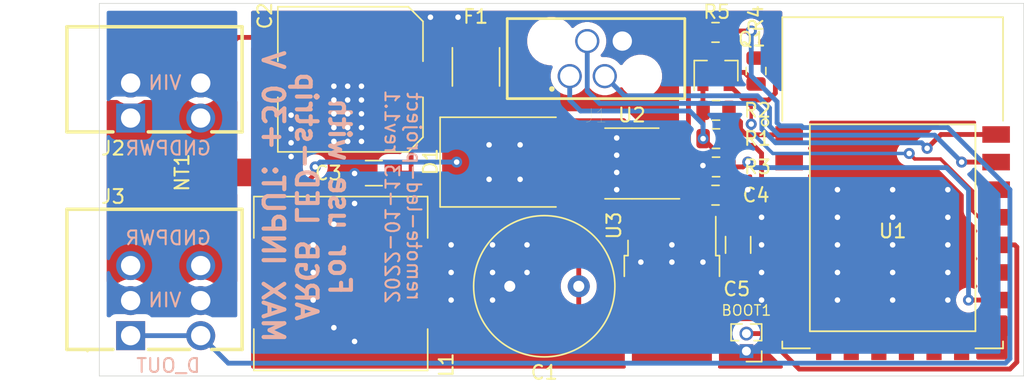
<source format=kicad_pcb>
(kicad_pcb (version 20171130) (host pcbnew "(5.1.10)-1")

  (general
    (thickness 1.6)
    (drawings 11)
    (tracks 240)
    (zones 0)
    (modules 22)
    (nets 16)
  )

  (page A4)
  (layers
    (0 F.Cu signal)
    (31 B.Cu signal)
    (32 B.Adhes user)
    (33 F.Adhes user)
    (34 B.Paste user)
    (35 F.Paste user)
    (36 B.SilkS user)
    (37 F.SilkS user)
    (38 B.Mask user)
    (39 F.Mask user)
    (40 Dwgs.User user)
    (41 Cmts.User user)
    (42 Eco1.User user)
    (43 Eco2.User user)
    (44 Edge.Cuts user)
    (45 Margin user)
    (46 B.CrtYd user)
    (47 F.CrtYd user)
    (48 B.Fab user)
    (49 F.Fab user hide)
  )

  (setup
    (last_trace_width 0.25)
    (user_trace_width 0.35)
    (user_trace_width 2)
    (trace_clearance 0.2)
    (zone_clearance 0.508)
    (zone_45_only no)
    (trace_min 0.2)
    (via_size 0.8)
    (via_drill 0.4)
    (via_min_size 0.4)
    (via_min_drill 0.3)
    (user_via 0.6 0.3)
    (uvia_size 0.3)
    (uvia_drill 0.1)
    (uvias_allowed no)
    (uvia_min_size 0.2)
    (uvia_min_drill 0.1)
    (edge_width 0.05)
    (segment_width 0.2)
    (pcb_text_width 0.3)
    (pcb_text_size 1.5 1.5)
    (mod_edge_width 0.12)
    (mod_text_size 1 1)
    (mod_text_width 0.15)
    (pad_size 1.524 1.524)
    (pad_drill 0.762)
    (pad_to_mask_clearance 0)
    (aux_axis_origin 0 0)
    (visible_elements 7FFFFFFF)
    (pcbplotparams
      (layerselection 0x010fc_ffffffff)
      (usegerberextensions false)
      (usegerberattributes true)
      (usegerberadvancedattributes true)
      (creategerberjobfile true)
      (excludeedgelayer true)
      (linewidth 0.100000)
      (plotframeref false)
      (viasonmask false)
      (mode 1)
      (useauxorigin false)
      (hpglpennumber 1)
      (hpglpenspeed 20)
      (hpglpendiameter 15.000000)
      (psnegative false)
      (psa4output false)
      (plotreference true)
      (plotvalue true)
      (plotinvisibletext false)
      (padsonsilk false)
      (subtractmaskfromsilk false)
      (outputformat 1)
      (mirror false)
      (drillshape 0)
      (scaleselection 1)
      (outputdirectory "./"))
  )

  (net 0 "")
  (net 1 GND)
  (net 2 +3V3)
  (net 3 VIN)
  (net 4 RXD)
  (net 5 TXD)
  (net 6 "Net-(R1-Pad2)")
  (net 7 "Net-(R2-Pad1)")
  (net 8 "Net-(R3-Pad1)")
  (net 9 +5V)
  (net 10 LED_OUT_HV)
  (net 11 LED_OUT_LV)
  (net 12 "Net-(D1-Pad1)")
  (net 13 GNDPWR)
  (net 14 "Net-(BOOT1-Pad2)")
  (net 15 "Net-(C2-Pad1)")

  (net_class Default "This is the default net class."
    (clearance 0.2)
    (trace_width 0.25)
    (via_dia 0.8)
    (via_drill 0.4)
    (uvia_dia 0.3)
    (uvia_drill 0.1)
    (add_net +3V3)
    (add_net +5V)
    (add_net GND)
    (add_net GNDPWR)
    (add_net LED_OUT_HV)
    (add_net LED_OUT_LV)
    (add_net "Net-(BOOT1-Pad2)")
    (add_net "Net-(C2-Pad1)")
    (add_net "Net-(D1-Pad1)")
    (add_net "Net-(R1-Pad2)")
    (add_net "Net-(R2-Pad1)")
    (add_net "Net-(R3-Pad1)")
    (add_net RXD)
    (add_net TXD)
    (add_net VIN)
  )

  (module Capacitor_THT:C_Radial_D10.0mm_H16.0mm_P5.00mm (layer F.Cu) (tedit 5BC5C9BA) (tstamp 61E7BFC6)
    (at 100.75 66.5 180)
    (descr "C, Radial series, Radial, pin pitch=5.00mm, diameter=10mm, height=16mm, Non-Polar Electrolytic Capacitor")
    (tags "C Radial series Radial pin pitch 5.00mm diameter 10mm height 16mm Non-Polar Electrolytic Capacitor")
    (path /61DFDDC7)
    (fp_text reference C1 (at 2.5 -6.25) (layer F.SilkS)
      (effects (font (size 1 1) (thickness 0.15)))
    )
    (fp_text value 180uF/63V (at 2.5 6.25) (layer F.Fab)
      (effects (font (size 1 1) (thickness 0.15)))
    )
    (fp_circle (center 2.5 0) (end 7.75 0) (layer F.CrtYd) (width 0.05))
    (fp_circle (center 2.5 0) (end 7.62 0) (layer F.SilkS) (width 0.12))
    (fp_circle (center 2.5 0) (end 7.5 0) (layer F.Fab) (width 0.1))
    (fp_text user %R (at 2.5 0) (layer F.Fab)
      (effects (font (size 1 1) (thickness 0.15)))
    )
    (pad 2 thru_hole circle (at 5 0 180) (size 1.6 1.6) (drill 0.8) (layers *.Cu *.Mask)
      (net 1 GND))
    (pad 1 thru_hole circle (at 0 0 180) (size 1.6 1.6) (drill 0.8) (layers *.Cu *.Mask)
      (net 9 +5V))
    (model ${KISYS3DMOD}/Capacitor_THT.3dshapes/C_Radial_D10.0mm_H16.0mm_P5.00mm.wrl
      (at (xyz 0 0 0))
      (scale (xyz 1 1 1))
      (rotate (xyz 0 0 0))
    )
  )

  (module userdvc:KF141V-2.54-3P (layer F.Cu) (tedit 61E730AE) (tstamp 61E73CFB)
    (at 70 66 270)
    (descr "KF141V-2.54-3P footprint")
    (tags "KF141V-2.54-3P footprint")
    (path /61EB1E1C)
    (fp_text reference J3 (at -6 3 180) (layer F.SilkS)
      (effects (font (size 1 1) (thickness 0.15)))
    )
    (fp_text value KF141V-2.54-3P (at 0 8.350038 90) (layer F.Fab)
      (effects (font (size 1 1) (thickness 0.15)))
    )
    (fp_line (start 5.080086 -6.349987) (end -5.079934 -6.349987) (layer F.SilkS) (width 0.254001))
    (fp_line (start -5.080086 -6.350038) (end -5.080086 6.350038) (layer F.SilkS) (width 0.254001))
    (fp_line (start 5.080086 6.350038) (end -5.079934 6.350038) (layer F.SilkS) (width 0.254001))
    (fp_line (start 5.080086 -6.349987) (end 5.080086 -4.149276) (layer F.SilkS) (width 0.254001))
    (fp_line (start 5.080086 -2.550699) (end 5.080086 0.44887) (layer F.SilkS) (width 0.254001))
    (fp_line (start 5.080086 3.011176) (end 5.080086 6.350038) (layer F.SilkS) (width 0.254001))
    (fp_circle (center 5.207087 4.857023) (end 5.237059 4.857023) (layer F.SilkS) (width 0.059995))
    (fp_text user REF** (at 0 10.350038 90) (layer F.Fab)
      (effects (font (size 1 1) (thickness 0.15)))
    )
    (pad 3 thru_hole circle (at -0.999924 1.730023 270) (size 2.1 2.1) (drill 1.4) (layers *.Cu *.Mask)
      (net 13 GNDPWR))
    (pad 3 thru_hole circle (at -0.999924 -3.349987 270) (size 2.1 2.1) (drill 1.4) (layers *.Cu *.Mask)
      (net 13 GNDPWR))
    (pad 1 thru_hole circle (at 4.080086 -3.349987 270) (size 2.1 2.1) (drill 1.4) (layers *.Cu *.Mask)
      (net 10 LED_OUT_HV))
    (pad 2 thru_hole circle (at 1.540081 -3.349987 270) (size 2.1 2.1) (drill 1.4) (layers *.Cu *.Mask)
      (net 3 VIN))
    (pad 2 thru_hole circle (at 1.540081 1.730023 270) (size 2.1 2.1) (drill 1.4) (layers *.Cu *.Mask)
      (net 3 VIN))
    (pad 1 thru_hole rect (at 4.080086 1.730023 90) (size 2.1 2.1) (drill 1.4) (layers *.Cu *.Mask)
      (net 10 LED_OUT_HV))
  )

  (module userdvc:KF141V-2.54-2P (layer F.Cu) (tedit 61E72FE7) (tstamp 61E73D48)
    (at 70 51.5 270)
    (descr "KF141V-2.54-2P footprint")
    (tags "KF141V-2.54-2P footprint")
    (path /61EA7B8B)
    (fp_text reference J2 (at 5 3 180) (layer F.SilkS)
      (effects (font (size 1 1) (thickness 0.15)))
    )
    (fp_text value KF141V-2.54-2P (at 0 8.35 90) (layer F.Fab)
      (effects (font (size 1 1) (thickness 0.15)))
    )
    (fp_line (start -3.810135 -6.35) (end -3.810135 6.35) (layer F.SilkS) (width 0.254001))
    (fp_line (start 3.810033 -6.35) (end -3.809982 -6.35) (layer F.SilkS) (width 0.254001))
    (fp_line (start -3.810135 6.35) (end 3.810135 6.35) (layer F.SilkS) (width 0.254001))
    (fp_line (start 3.810033 -6.35) (end 3.810033 -4.149416) (layer F.SilkS) (width 0.254001))
    (fp_line (start 3.810033 -2.550584) (end 3.810033 0.448781) (layer F.SilkS) (width 0.254001))
    (fp_line (start 3.810033 3.011087) (end 3.810033 6.35) (layer F.SilkS) (width 0.254001))
    (fp_text user REF** (at 0 10.35 90) (layer F.Fab)
      (effects (font (size 1 1) (thickness 0.15)))
    )
    (pad 1 thru_hole circle (at 2.810135 -3.35 270) (size 2.1 2.1) (drill 1.4) (layers *.Cu *.Mask)
      (net 13 GNDPWR))
    (pad 2 thru_hole circle (at 0.27013 -3.35 270) (size 2.1 2.1) (drill 1.4) (layers *.Cu *.Mask)
      (net 3 VIN))
    (pad 2 thru_hole circle (at 0.27013 1.73001 270) (size 2.1 2.1) (drill 1.4) (layers *.Cu *.Mask)
      (net 3 VIN))
    (pad 1 thru_hole rect (at 2.810135 1.73001 90) (size 2.1 2.1) (drill 1.4) (layers *.Cu *.Mask)
      (net 13 GNDPWR))
  )

  (module Fuse:Fuse_1812_4532Metric (layer F.Cu) (tedit 5F68FEF1) (tstamp 61E0C6B1)
    (at 93.3 50.6 270)
    (descr "Fuse SMD 1812 (4532 Metric), square (rectangular) end terminal, IPC_7351 nominal, (Body size source: https://www.nikhef.nl/pub/departments/mt/projects/detectorR_D/dtddice/ERJ2G.pdf), generated with kicad-footprint-generator")
    (tags fuse)
    (path /61E196AC)
    (attr smd)
    (fp_text reference F1 (at -3.65 0.025 180) (layer F.SilkS)
      (effects (font (size 1 1) (thickness 0.15)))
    )
    (fp_text value Fuse_Small (at 0 2.65 90) (layer F.Fab)
      (effects (font (size 1 1) (thickness 0.15)))
    )
    (fp_line (start -2.25 1.6) (end -2.25 -1.6) (layer F.Fab) (width 0.1))
    (fp_line (start -2.25 -1.6) (end 2.25 -1.6) (layer F.Fab) (width 0.1))
    (fp_line (start 2.25 -1.6) (end 2.25 1.6) (layer F.Fab) (width 0.1))
    (fp_line (start 2.25 1.6) (end -2.25 1.6) (layer F.Fab) (width 0.1))
    (fp_line (start -1.386252 -1.71) (end 1.386252 -1.71) (layer F.SilkS) (width 0.12))
    (fp_line (start -1.386252 1.71) (end 1.386252 1.71) (layer F.SilkS) (width 0.12))
    (fp_line (start -2.95 1.95) (end -2.95 -1.95) (layer F.CrtYd) (width 0.05))
    (fp_line (start -2.95 -1.95) (end 2.95 -1.95) (layer F.CrtYd) (width 0.05))
    (fp_line (start 2.95 -1.95) (end 2.95 1.95) (layer F.CrtYd) (width 0.05))
    (fp_line (start 2.95 1.95) (end -2.95 1.95) (layer F.CrtYd) (width 0.05))
    (fp_text user %R (at 0 0 90) (layer F.Fab)
      (effects (font (size 1 1) (thickness 0.15)))
    )
    (pad 2 smd roundrect (at 2.1375 0 270) (size 1.125 3.4) (layers F.Cu F.Paste F.Mask) (roundrect_rratio 0.222222)
      (net 15 "Net-(C2-Pad1)"))
    (pad 1 smd roundrect (at -2.1375 0 270) (size 1.125 3.4) (layers F.Cu F.Paste F.Mask) (roundrect_rratio 0.222222)
      (net 3 VIN))
    (model ${KISYS3DMOD}/Fuse.3dshapes/Fuse_1812_4532Metric.wrl
      (at (xyz 0 0 0))
      (scale (xyz 1 1 1))
      (rotate (xyz 0 0 0))
    )
  )

  (module NetTie:NetTie-2_SMD_Pad2.0mm (layer F.Cu) (tedit 5A1CF73E) (tstamp 61E05AC4)
    (at 76 58.25)
    (descr "Net tie, 2 pin, 2.0mm square SMD pads")
    (tags "net tie")
    (path /61E15740)
    (attr virtual)
    (fp_text reference NT1 (at -4 0 90) (layer F.SilkS)
      (effects (font (size 1 1) (thickness 0.15)))
    )
    (fp_text value Net-Tie_2 (at 0 2) (layer F.Fab)
      (effects (font (size 1 1) (thickness 0.15)))
    )
    (fp_poly (pts (xy -2 -1) (xy 2 -1) (xy 2 1) (xy -2 1)) (layer F.Cu) (width 0))
    (fp_line (start -3.25 1.25) (end -3.25 -1.25) (layer F.CrtYd) (width 0.05))
    (fp_line (start 3.25 1.25) (end -3.25 1.25) (layer F.CrtYd) (width 0.05))
    (fp_line (start 3.25 -1.25) (end 3.25 1.25) (layer F.CrtYd) (width 0.05))
    (fp_line (start -3.25 -1.25) (end 3.25 -1.25) (layer F.CrtYd) (width 0.05))
    (pad 2 smd circle (at 2 0) (size 2 2) (layers F.Cu)
      (net 1 GND))
    (pad 1 smd circle (at -2 0) (size 2 2) (layers F.Cu)
      (net 13 GNDPWR))
  )

  (module Connector_PinHeader_1.27mm:PinHeader_1x02_P1.27mm_Vertical (layer F.Cu) (tedit 59FED6E3) (tstamp 61E0BF00)
    (at 112.9 71.2 180)
    (descr "Through hole straight pin header, 1x02, 1.27mm pitch, single row")
    (tags "Through hole pin header THT 1x02 1.27mm single row")
    (path /6184F9DA)
    (fp_text reference BOOT1 (at 0 2.95) (layer F.SilkS)
      (effects (font (size 0.75 0.75) (thickness 0.1)))
    )
    (fp_text value Jumper (at 0 2.965) (layer F.Fab)
      (effects (font (size 1 1) (thickness 0.15)))
    )
    (fp_line (start 1.55 -1.15) (end -1.55 -1.15) (layer F.CrtYd) (width 0.05))
    (fp_line (start 1.55 2.45) (end 1.55 -1.15) (layer F.CrtYd) (width 0.05))
    (fp_line (start -1.55 2.45) (end 1.55 2.45) (layer F.CrtYd) (width 0.05))
    (fp_line (start -1.55 -1.15) (end -1.55 2.45) (layer F.CrtYd) (width 0.05))
    (fp_line (start -1.11 -0.76) (end 0 -0.76) (layer F.SilkS) (width 0.12))
    (fp_line (start -1.11 0) (end -1.11 -0.76) (layer F.SilkS) (width 0.12))
    (fp_line (start 0.563471 0.76) (end 1.11 0.76) (layer F.SilkS) (width 0.12))
    (fp_line (start -1.11 0.76) (end -0.563471 0.76) (layer F.SilkS) (width 0.12))
    (fp_line (start 1.11 0.76) (end 1.11 1.965) (layer F.SilkS) (width 0.12))
    (fp_line (start -1.11 0.76) (end -1.11 1.965) (layer F.SilkS) (width 0.12))
    (fp_line (start 0.30753 1.965) (end 1.11 1.965) (layer F.SilkS) (width 0.12))
    (fp_line (start -1.11 1.965) (end -0.30753 1.965) (layer F.SilkS) (width 0.12))
    (fp_line (start -1.05 -0.11) (end -0.525 -0.635) (layer F.Fab) (width 0.1))
    (fp_line (start -1.05 1.905) (end -1.05 -0.11) (layer F.Fab) (width 0.1))
    (fp_line (start 1.05 1.905) (end -1.05 1.905) (layer F.Fab) (width 0.1))
    (fp_line (start 1.05 -0.635) (end 1.05 1.905) (layer F.Fab) (width 0.1))
    (fp_line (start -0.525 -0.635) (end 1.05 -0.635) (layer F.Fab) (width 0.1))
    (fp_text user %R (at 0 0.635 90) (layer F.Fab)
      (effects (font (size 1 1) (thickness 0.15)))
    )
    (pad 2 thru_hole oval (at 0 1.27 180) (size 1 1) (drill 0.65) (layers *.Cu *.Mask)
      (net 14 "Net-(BOOT1-Pad2)"))
    (pad 1 thru_hole rect (at 0 0 180) (size 1 1) (drill 0.65) (layers *.Cu *.Mask)
      (net 1 GND))
    (model ${KISYS3DMOD}/Connector_PinHeader_1.27mm.3dshapes/PinHeader_1x02_P1.27mm_Vertical.wrl
      (at (xyz 0 0 0))
      (scale (xyz 1 1 1))
      (rotate (xyz 0 0 0))
    )
  )

  (module Package_TO_SOT_SMD:TO-252-2 (layer F.Cu) (tedit 5A70A390) (tstamp 61E0D249)
    (at 107.5 66.75 270)
    (descr "TO-252 / DPAK SMD package, http://www.infineon.com/cms/en/product/packages/PG-TO252/PG-TO252-3-1/")
    (tags "DPAK TO-252 DPAK-3 TO-252-3 SOT-428")
    (path /61E20A8A)
    (attr smd)
    (fp_text reference U3 (at -4.65 4.2 270) (layer F.SilkS)
      (effects (font (size 1 1) (thickness 0.15)))
    )
    (fp_text value LD1117DT33TR (at 0 4.5 90) (layer F.Fab)
      (effects (font (size 1 1) (thickness 0.15)))
    )
    (fp_line (start 5.55 -3.5) (end -5.55 -3.5) (layer F.CrtYd) (width 0.05))
    (fp_line (start 5.55 3.5) (end 5.55 -3.5) (layer F.CrtYd) (width 0.05))
    (fp_line (start -5.55 3.5) (end 5.55 3.5) (layer F.CrtYd) (width 0.05))
    (fp_line (start -5.55 -3.5) (end -5.55 3.5) (layer F.CrtYd) (width 0.05))
    (fp_line (start -2.47 3.18) (end -3.57 3.18) (layer F.SilkS) (width 0.12))
    (fp_line (start -2.47 3.45) (end -2.47 3.18) (layer F.SilkS) (width 0.12))
    (fp_line (start -0.97 3.45) (end -2.47 3.45) (layer F.SilkS) (width 0.12))
    (fp_line (start -2.47 -3.18) (end -5.3 -3.18) (layer F.SilkS) (width 0.12))
    (fp_line (start -2.47 -3.45) (end -2.47 -3.18) (layer F.SilkS) (width 0.12))
    (fp_line (start -0.97 -3.45) (end -2.47 -3.45) (layer F.SilkS) (width 0.12))
    (fp_line (start -4.97 2.655) (end -2.27 2.655) (layer F.Fab) (width 0.1))
    (fp_line (start -4.97 1.905) (end -4.97 2.655) (layer F.Fab) (width 0.1))
    (fp_line (start -2.27 1.905) (end -4.97 1.905) (layer F.Fab) (width 0.1))
    (fp_line (start -4.97 -1.905) (end -2.27 -1.905) (layer F.Fab) (width 0.1))
    (fp_line (start -4.97 -2.655) (end -4.97 -1.905) (layer F.Fab) (width 0.1))
    (fp_line (start -1.865 -2.655) (end -4.97 -2.655) (layer F.Fab) (width 0.1))
    (fp_line (start -1.27 -3.25) (end 3.95 -3.25) (layer F.Fab) (width 0.1))
    (fp_line (start -2.27 -2.25) (end -1.27 -3.25) (layer F.Fab) (width 0.1))
    (fp_line (start -2.27 3.25) (end -2.27 -2.25) (layer F.Fab) (width 0.1))
    (fp_line (start 3.95 3.25) (end -2.27 3.25) (layer F.Fab) (width 0.1))
    (fp_line (start 3.95 -3.25) (end 3.95 3.25) (layer F.Fab) (width 0.1))
    (fp_line (start 4.95 2.7) (end 3.95 2.7) (layer F.Fab) (width 0.1))
    (fp_line (start 4.95 -2.7) (end 4.95 2.7) (layer F.Fab) (width 0.1))
    (fp_line (start 3.95 -2.7) (end 4.95 -2.7) (layer F.Fab) (width 0.1))
    (fp_text user %R (at 0 0 90) (layer F.Fab)
      (effects (font (size 1 1) (thickness 0.15)))
    )
    (pad "" smd rect (at 0.425 1.525 270) (size 3.05 2.75) (layers F.Paste))
    (pad "" smd rect (at 3.775 -1.525 270) (size 3.05 2.75) (layers F.Paste))
    (pad "" smd rect (at 0.425 -1.525 270) (size 3.05 2.75) (layers F.Paste))
    (pad "" smd rect (at 3.775 1.525 270) (size 3.05 2.75) (layers F.Paste))
    (pad 2 smd rect (at 2.1 0 270) (size 6.4 5.8) (layers F.Cu F.Mask)
      (net 2 +3V3))
    (pad 3 smd rect (at -4.2 2.28 270) (size 2.2 1.2) (layers F.Cu F.Paste F.Mask)
      (net 9 +5V))
    (pad 1 smd rect (at -4.2 -2.28 270) (size 2.2 1.2) (layers F.Cu F.Paste F.Mask)
      (net 1 GND))
    (model ${KISYS3DMOD}/Package_TO_SOT_SMD.3dshapes/TO-252-2.wrl
      (at (xyz 0 0 0))
      (scale (xyz 1 1 1))
      (rotate (xyz 0 0 0))
    )
  )

  (module Inductor_SMD:L_12x12mm_H8mm (layer F.Cu) (tedit 5990349C) (tstamp 61E0BF15)
    (at 83.5 66.3)
    (descr "Choke, SMD, 12x12mm 8mm height")
    (tags "Choke SMD")
    (path /61DFEB30)
    (attr smd)
    (fp_text reference L1 (at 7.65 5.9 90) (layer F.SilkS)
      (effects (font (size 1 1) (thickness 0.15)))
    )
    (fp_text value 68uH (at 0 7.6) (layer F.Fab)
      (effects (font (size 1 1) (thickness 0.15)))
    )
    (fp_circle (center -2.1 3) (end -1.8 3.25) (layer F.Fab) (width 0.1))
    (fp_circle (center 0 0) (end 0.15 0.15) (layer F.Adhes) (width 0.38))
    (fp_circle (center 0 0) (end 0.55 0) (layer F.Adhes) (width 0.38))
    (fp_circle (center 0 0) (end 0.9 0) (layer F.Adhes) (width 0.38))
    (fp_line (start 6.2 -6.2) (end 6.2 -3.3) (layer F.Fab) (width 0.1))
    (fp_line (start -6.2 -6.2) (end -6.2 -3.3) (layer F.Fab) (width 0.1))
    (fp_line (start 6.2 -6.2) (end -6.2 -6.2) (layer F.Fab) (width 0.1))
    (fp_line (start 6.2 6.2) (end 6.2 3.3) (layer F.Fab) (width 0.1))
    (fp_line (start -6.2 6.2) (end 6.2 6.2) (layer F.Fab) (width 0.1))
    (fp_line (start -6.2 3.3) (end -6.2 6.2) (layer F.Fab) (width 0.1))
    (fp_line (start -5 -3.5) (end -4.8 -3.2) (layer F.Fab) (width 0.1))
    (fp_line (start -5.1 -4) (end -5 -3.5) (layer F.Fab) (width 0.1))
    (fp_line (start -4.9 -4.5) (end -5.1 -4) (layer F.Fab) (width 0.1))
    (fp_line (start -4.6 -4.8) (end -4.9 -4.5) (layer F.Fab) (width 0.1))
    (fp_line (start -4.2 -5) (end -4.6 -4.8) (layer F.Fab) (width 0.1))
    (fp_line (start -3.7 -5.1) (end -4.2 -5) (layer F.Fab) (width 0.1))
    (fp_line (start -3.3 -4.9) (end -3.7 -5.1) (layer F.Fab) (width 0.1))
    (fp_line (start -3 -4.7) (end -3.3 -4.9) (layer F.Fab) (width 0.1))
    (fp_line (start -2.6 -4.9) (end -3 -4.7) (layer F.Fab) (width 0.1))
    (fp_line (start -1.7 -5.3) (end -2.6 -4.9) (layer F.Fab) (width 0.1))
    (fp_line (start -0.8 -5.5) (end -1.7 -5.3) (layer F.Fab) (width 0.1))
    (fp_line (start 0 -5.6) (end -0.8 -5.5) (layer F.Fab) (width 0.1))
    (fp_line (start 0.9 -5.5) (end 0 -5.6) (layer F.Fab) (width 0.1))
    (fp_line (start 1.7 -5.3) (end 0.9 -5.5) (layer F.Fab) (width 0.1))
    (fp_line (start 2.2 -5.1) (end 1.7 -5.3) (layer F.Fab) (width 0.1))
    (fp_line (start 2.6 -4.9) (end 2.2 -5.1) (layer F.Fab) (width 0.1))
    (fp_line (start 3 -4.6) (end 2.6 -4.9) (layer F.Fab) (width 0.1))
    (fp_line (start 3.3 -4.9) (end 3 -4.6) (layer F.Fab) (width 0.1))
    (fp_line (start 3.6 -5) (end 3.3 -4.9) (layer F.Fab) (width 0.1))
    (fp_line (start 3.9 -5.1) (end 3.6 -5) (layer F.Fab) (width 0.1))
    (fp_line (start 4.2 -5.1) (end 3.9 -5.1) (layer F.Fab) (width 0.1))
    (fp_line (start 4.5 -4.9) (end 4.2 -5.1) (layer F.Fab) (width 0.1))
    (fp_line (start 4.8 -4.7) (end 4.5 -4.9) (layer F.Fab) (width 0.1))
    (fp_line (start 5 -4.3) (end 4.8 -4.7) (layer F.Fab) (width 0.1))
    (fp_line (start 5.1 -4) (end 5 -4.3) (layer F.Fab) (width 0.1))
    (fp_line (start 5 -3.6) (end 5.1 -4) (layer F.Fab) (width 0.1))
    (fp_line (start 4.9 -3.3) (end 5 -3.6) (layer F.Fab) (width 0.1))
    (fp_line (start -5 3.6) (end -4.8 3.2) (layer F.Fab) (width 0.1))
    (fp_line (start -5.1 4.1) (end -5 3.6) (layer F.Fab) (width 0.1))
    (fp_line (start -4.9 4.6) (end -5.1 4.1) (layer F.Fab) (width 0.1))
    (fp_line (start -4.6 4.8) (end -4.9 4.6) (layer F.Fab) (width 0.1))
    (fp_line (start -4.3 5) (end -4.6 4.8) (layer F.Fab) (width 0.1))
    (fp_line (start -3.9 5.1) (end -4.3 5) (layer F.Fab) (width 0.1))
    (fp_line (start -3.3 4.9) (end -3.9 5.1) (layer F.Fab) (width 0.1))
    (fp_line (start -3 4.7) (end -3.3 4.9) (layer F.Fab) (width 0.1))
    (fp_line (start -2.6 4.9) (end -3 4.7) (layer F.Fab) (width 0.1))
    (fp_line (start -2.1 5.1) (end -2.6 4.9) (layer F.Fab) (width 0.1))
    (fp_line (start -1.5 5.3) (end -2.1 5.1) (layer F.Fab) (width 0.1))
    (fp_line (start -0.6 5.5) (end -1.5 5.3) (layer F.Fab) (width 0.1))
    (fp_line (start 0.6 5.5) (end -0.6 5.5) (layer F.Fab) (width 0.1))
    (fp_line (start 1.6 5.3) (end 0.6 5.5) (layer F.Fab) (width 0.1))
    (fp_line (start 2.4 5) (end 1.6 5.3) (layer F.Fab) (width 0.1))
    (fp_line (start 3 4.6) (end 2.4 5) (layer F.Fab) (width 0.1))
    (fp_line (start 3.1 4.7) (end 3 4.6) (layer F.Fab) (width 0.1))
    (fp_line (start 3.5 5) (end 3.1 4.7) (layer F.Fab) (width 0.1))
    (fp_line (start 4 5.1) (end 3.5 5) (layer F.Fab) (width 0.1))
    (fp_line (start 4.5 5) (end 4 5.1) (layer F.Fab) (width 0.1))
    (fp_line (start 4.8 4.6) (end 4.5 5) (layer F.Fab) (width 0.1))
    (fp_line (start 5 4.3) (end 4.8 4.6) (layer F.Fab) (width 0.1))
    (fp_line (start 5.1 3.8) (end 5 4.3) (layer F.Fab) (width 0.1))
    (fp_line (start 5 3.4) (end 5.1 3.8) (layer F.Fab) (width 0.1))
    (fp_line (start 4.9 3.3) (end 5 3.4) (layer F.Fab) (width 0.1))
    (fp_line (start -6.86 6.6) (end -6.86 -6.6) (layer F.CrtYd) (width 0.05))
    (fp_line (start 6.86 6.6) (end -6.86 6.6) (layer F.CrtYd) (width 0.05))
    (fp_line (start 6.86 -6.6) (end 6.86 6.6) (layer F.CrtYd) (width 0.05))
    (fp_line (start -6.86 -6.6) (end 6.86 -6.6) (layer F.CrtYd) (width 0.05))
    (fp_line (start 6.3 -6.3) (end 6.3 -3.3) (layer F.SilkS) (width 0.12))
    (fp_line (start -6.3 -6.3) (end 6.3 -6.3) (layer F.SilkS) (width 0.12))
    (fp_line (start -6.3 -3.3) (end -6.3 -6.3) (layer F.SilkS) (width 0.12))
    (fp_line (start -6.3 6.3) (end -6.3 3.3) (layer F.SilkS) (width 0.12))
    (fp_line (start 6.3 6.3) (end -6.3 6.3) (layer F.SilkS) (width 0.12))
    (fp_line (start 6.3 3.3) (end 6.3 6.3) (layer F.SilkS) (width 0.12))
    (fp_text user %R (at 0 0) (layer F.Fab)
      (effects (font (size 1 1) (thickness 0.15)))
    )
    (pad 2 smd rect (at 4.95 0) (size 2.9 5.4) (layers F.Cu F.Paste F.Mask)
      (net 9 +5V))
    (pad 1 smd rect (at -4.95 0) (size 2.9 5.4) (layers F.Cu F.Paste F.Mask)
      (net 12 "Net-(D1-Pad1)"))
    (model ${KISYS3DMOD}/Inductor_SMD.3dshapes/L_12x12mm_H8mm.wrl
      (at (xyz 0 0 0))
      (scale (xyz 1 1 1))
      (rotate (xyz 0 0 0))
    )
  )

  (module Capacitor_SMD:C_1206_3216Metric (layer F.Cu) (tedit 5B301BBE) (tstamp 61E0D29B)
    (at 112.3 63.5 90)
    (descr "Capacitor SMD 1206 (3216 Metric), square (rectangular) end terminal, IPC_7351 nominal, (Body size source: http://www.tortai-tech.com/upload/download/2011102023233369053.pdf), generated with kicad-footprint-generator")
    (tags capacitor)
    (path /61E2D978)
    (attr smd)
    (fp_text reference C5 (at -3.2 -0.1) (layer F.SilkS)
      (effects (font (size 1 1) (thickness 0.15)))
    )
    (fp_text value 10uF/50V (at 0 1.82 90) (layer F.Fab)
      (effects (font (size 1 1) (thickness 0.15)))
    )
    (fp_line (start 2.28 1.12) (end -2.28 1.12) (layer F.CrtYd) (width 0.05))
    (fp_line (start 2.28 -1.12) (end 2.28 1.12) (layer F.CrtYd) (width 0.05))
    (fp_line (start -2.28 -1.12) (end 2.28 -1.12) (layer F.CrtYd) (width 0.05))
    (fp_line (start -2.28 1.12) (end -2.28 -1.12) (layer F.CrtYd) (width 0.05))
    (fp_line (start -0.602064 0.91) (end 0.602064 0.91) (layer F.SilkS) (width 0.12))
    (fp_line (start -0.602064 -0.91) (end 0.602064 -0.91) (layer F.SilkS) (width 0.12))
    (fp_line (start 1.6 0.8) (end -1.6 0.8) (layer F.Fab) (width 0.1))
    (fp_line (start 1.6 -0.8) (end 1.6 0.8) (layer F.Fab) (width 0.1))
    (fp_line (start -1.6 -0.8) (end 1.6 -0.8) (layer F.Fab) (width 0.1))
    (fp_line (start -1.6 0.8) (end -1.6 -0.8) (layer F.Fab) (width 0.1))
    (fp_text user %R (at 0 0 90) (layer F.Fab)
      (effects (font (size 0.8 0.8) (thickness 0.12)))
    )
    (pad 2 smd roundrect (at 1.4 0 90) (size 1.25 1.75) (layers F.Cu F.Paste F.Mask) (roundrect_rratio 0.2)
      (net 1 GND))
    (pad 1 smd roundrect (at -1.4 0 90) (size 1.25 1.75) (layers F.Cu F.Paste F.Mask) (roundrect_rratio 0.2)
      (net 2 +3V3))
    (model ${KISYS3DMOD}/Capacitor_SMD.3dshapes/C_1206_3216Metric.wrl
      (at (xyz 0 0 0))
      (scale (xyz 1 1 1))
      (rotate (xyz 0 0 0))
    )
  )

  (module Capacitor_SMD:C_0805_2012Metric (layer F.Cu) (tedit 5B36C52B) (tstamp 61E0D2CB)
    (at 110.6625 59.9)
    (descr "Capacitor SMD 0805 (2012 Metric), square (rectangular) end terminal, IPC_7351 nominal, (Body size source: https://docs.google.com/spreadsheets/d/1BsfQQcO9C6DZCsRaXUlFlo91Tg2WpOkGARC1WS5S8t0/edit?usp=sharing), generated with kicad-footprint-generator")
    (tags capacitor)
    (path /61E2D359)
    (attr smd)
    (fp_text reference C4 (at 2.9375 0 180) (layer F.SilkS)
      (effects (font (size 1 1) (thickness 0.15)))
    )
    (fp_text value 100nF/50V (at 0 1.65) (layer F.Fab)
      (effects (font (size 1 1) (thickness 0.15)))
    )
    (fp_line (start 1.68 0.95) (end -1.68 0.95) (layer F.CrtYd) (width 0.05))
    (fp_line (start 1.68 -0.95) (end 1.68 0.95) (layer F.CrtYd) (width 0.05))
    (fp_line (start -1.68 -0.95) (end 1.68 -0.95) (layer F.CrtYd) (width 0.05))
    (fp_line (start -1.68 0.95) (end -1.68 -0.95) (layer F.CrtYd) (width 0.05))
    (fp_line (start -0.258578 0.71) (end 0.258578 0.71) (layer F.SilkS) (width 0.12))
    (fp_line (start -0.258578 -0.71) (end 0.258578 -0.71) (layer F.SilkS) (width 0.12))
    (fp_line (start 1 0.6) (end -1 0.6) (layer F.Fab) (width 0.1))
    (fp_line (start 1 -0.6) (end 1 0.6) (layer F.Fab) (width 0.1))
    (fp_line (start -1 -0.6) (end 1 -0.6) (layer F.Fab) (width 0.1))
    (fp_line (start -1 0.6) (end -1 -0.6) (layer F.Fab) (width 0.1))
    (fp_text user %R (at 0 0) (layer F.Fab)
      (effects (font (size 0.5 0.5) (thickness 0.08)))
    )
    (pad 2 smd roundrect (at 0.9375 0) (size 0.975 1.4) (layers F.Cu F.Paste F.Mask) (roundrect_rratio 0.25)
      (net 1 GND))
    (pad 1 smd roundrect (at -0.9375 0) (size 0.975 1.4) (layers F.Cu F.Paste F.Mask) (roundrect_rratio 0.25)
      (net 9 +5V))
    (model ${KISYS3DMOD}/Capacitor_SMD.3dshapes/C_0805_2012Metric.wrl
      (at (xyz 0 0 0))
      (scale (xyz 1 1 1))
      (rotate (xyz 0 0 0))
    )
  )

  (module Package_SO:SOP-8_3.9x4.9mm_P1.27mm (layer F.Cu) (tedit 5D9F72B1) (tstamp 61E0BFD4)
    (at 104.6 57.6 180)
    (descr "SOP, 8 Pin (http://www.macronix.com/Lists/Datasheet/Attachments/7534/MX25R3235F,%20Wide%20Range,%2032Mb,%20v1.6.pdf#page=79), generated with kicad-footprint-generator ipc_gullwing_generator.py")
    (tags "SOP SO")
    (path /61DF0054)
    (attr smd)
    (fp_text reference U2 (at 0 3.5 180) (layer F.SilkS)
      (effects (font (size 1 1) (thickness 0.15)))
    )
    (fp_text value XL1509 (at 0 3.4) (layer F.Fab)
      (effects (font (size 1 1) (thickness 0.15)))
    )
    (fp_line (start 3.7 -2.7) (end -3.7 -2.7) (layer F.CrtYd) (width 0.05))
    (fp_line (start 3.7 2.7) (end 3.7 -2.7) (layer F.CrtYd) (width 0.05))
    (fp_line (start -3.7 2.7) (end 3.7 2.7) (layer F.CrtYd) (width 0.05))
    (fp_line (start -3.7 -2.7) (end -3.7 2.7) (layer F.CrtYd) (width 0.05))
    (fp_line (start -1.95 -1.475) (end -0.975 -2.45) (layer F.Fab) (width 0.1))
    (fp_line (start -1.95 2.45) (end -1.95 -1.475) (layer F.Fab) (width 0.1))
    (fp_line (start 1.95 2.45) (end -1.95 2.45) (layer F.Fab) (width 0.1))
    (fp_line (start 1.95 -2.45) (end 1.95 2.45) (layer F.Fab) (width 0.1))
    (fp_line (start -0.975 -2.45) (end 1.95 -2.45) (layer F.Fab) (width 0.1))
    (fp_line (start 0 -2.56) (end -3.45 -2.56) (layer F.SilkS) (width 0.12))
    (fp_line (start 0 -2.56) (end 1.95 -2.56) (layer F.SilkS) (width 0.12))
    (fp_line (start 0 2.56) (end -1.95 2.56) (layer F.SilkS) (width 0.12))
    (fp_line (start 0 2.56) (end 1.95 2.56) (layer F.SilkS) (width 0.12))
    (fp_text user %R (at 0 0) (layer F.Fab)
      (effects (font (size 0.98 0.98) (thickness 0.15)))
    )
    (pad 8 smd roundrect (at 2.625 -1.905 180) (size 1.65 0.6) (layers F.Cu F.Paste F.Mask) (roundrect_rratio 0.25)
      (net 1 GND))
    (pad 7 smd roundrect (at 2.625 -0.635 180) (size 1.65 0.6) (layers F.Cu F.Paste F.Mask) (roundrect_rratio 0.25)
      (net 1 GND))
    (pad 6 smd roundrect (at 2.625 0.635 180) (size 1.65 0.6) (layers F.Cu F.Paste F.Mask) (roundrect_rratio 0.25)
      (net 1 GND))
    (pad 5 smd roundrect (at 2.625 1.905 180) (size 1.65 0.6) (layers F.Cu F.Paste F.Mask) (roundrect_rratio 0.25)
      (net 1 GND))
    (pad 4 smd roundrect (at -2.625 1.905 180) (size 1.65 0.6) (layers F.Cu F.Paste F.Mask) (roundrect_rratio 0.25))
    (pad 3 smd roundrect (at -2.625 0.635 180) (size 1.65 0.6) (layers F.Cu F.Paste F.Mask) (roundrect_rratio 0.25)
      (net 9 +5V))
    (pad 2 smd roundrect (at -2.625 -0.635 180) (size 1.65 0.6) (layers F.Cu F.Paste F.Mask) (roundrect_rratio 0.25)
      (net 12 "Net-(D1-Pad1)"))
    (pad 1 smd roundrect (at -2.625 -1.905 180) (size 1.65 0.6) (layers F.Cu F.Paste F.Mask) (roundrect_rratio 0.25)
      (net 15 "Net-(C2-Pad1)"))
    (model ${KISYS3DMOD}/Package_SO.3dshapes/SOP-8_3.9x4.9mm_P1.27mm.wrl
      (at (xyz 0 0 0))
      (scale (xyz 1 1 1))
      (rotate (xyz 0 0 0))
    )
  )

  (module LED_Wled:ESP-12E (layer F.Cu) (tedit 6182ACD8) (tstamp 61E73C13)
    (at 123.5 62.5)
    (path /6182AF71)
    (fp_text reference U1 (at 0 0) (layer F.SilkS)
      (effects (font (size 1.000772 1.000772) (thickness 0.15)))
    )
    (fp_text value ESP8266-12E_ESP-12E (at 6.49605 10.37461) (layer F.Fab)
      (effects (font (size 1.000929 1.000929) (thickness 0.15)))
    )
    (fp_line (start -8.75 -15.75) (end -8.75 9.625) (layer F.CrtYd) (width 0.05))
    (fp_line (start 8.75 -15.75) (end -8.75 -15.75) (layer F.CrtYd) (width 0.05))
    (fp_line (start 8.75 9.625) (end 8.75 -15.75) (layer F.CrtYd) (width 0.05))
    (fp_line (start -8.75 9.625) (end 8.75 9.625) (layer F.CrtYd) (width 0.05))
    (fp_circle (center -9.25 -7.875) (end -9 -7.875) (layer F.SilkS) (width 0.127))
    (fp_line (start 8 8.5) (end 6 8.5) (layer F.SilkS) (width 0.127))
    (fp_line (start 8 8) (end 8 8.5) (layer F.SilkS) (width 0.127))
    (fp_line (start -8 8.5) (end -6 8.5) (layer F.SilkS) (width 0.127))
    (fp_line (start -8 8) (end -8 8.5) (layer F.SilkS) (width 0.127))
    (fp_line (start 8 -15.5) (end 8 -8) (layer F.SilkS) (width 0.127))
    (fp_line (start -8 -15.5) (end 8 -15.5) (layer F.SilkS) (width 0.127))
    (fp_line (start -8 -8) (end -8 -15.5) (layer F.SilkS) (width 0.127))
    (fp_poly (pts (xy -8.00901 -15.5) (xy 8 -15.5) (xy 8 -8.50958) (xy -8.00901 -8.50958)) (layer Dwgs.User) (width 0.01))
    (fp_poly (pts (xy -8.00901 -15.5) (xy 8 -15.5) (xy 8 -8.50958) (xy -8.00901 -8.50958)) (layer Dwgs.User) (width 0.01))
    (fp_line (start -8 8.5) (end -8 -15.5) (layer F.Fab) (width 0.127))
    (fp_line (start 8 8.5) (end -8 8.5) (layer F.Fab) (width 0.127))
    (fp_line (start 8 -15.5) (end 8 8.5) (layer F.Fab) (width 0.127))
    (fp_line (start -8 -15.5) (end 8 -15.5) (layer F.Fab) (width 0.127))
    (fp_line (start -6 7.26) (end -6 -7.74) (layer F.SilkS) (width 0.127))
    (fp_line (start 6 7.26) (end -6 7.26) (layer F.SilkS) (width 0.127))
    (fp_line (start 6 -7.74) (end 6 7.26) (layer F.SilkS) (width 0.127))
    (fp_line (start -6 -7.74) (end 6 -7.74) (layer F.SilkS) (width 0.127))
    (pad 1 smd rect (at -7.5 -7) (size 2 1.2) (layers F.Cu F.Paste F.Mask)
      (net 7 "Net-(R2-Pad1)"))
    (pad 2 smd rect (at -7.5 -5) (size 2 1.2) (layers F.Cu F.Paste F.Mask))
    (pad 3 smd rect (at -7.5 -3) (size 2 1.2) (layers F.Cu F.Paste F.Mask)
      (net 6 "Net-(R1-Pad2)"))
    (pad 4 smd rect (at -7.5 -1) (size 2 1.2) (layers F.Cu F.Paste F.Mask))
    (pad 5 smd rect (at -7.5 1) (size 2 1.2) (layers F.Cu F.Paste F.Mask))
    (pad 6 smd rect (at -7.5 3) (size 2 1.2) (layers F.Cu F.Paste F.Mask))
    (pad 7 smd rect (at -7.5 5) (size 2 1.2) (layers F.Cu F.Paste F.Mask))
    (pad 8 smd rect (at -7.5 7) (size 2 1.2) (layers F.Cu F.Paste F.Mask)
      (net 2 +3V3))
    (pad 15 smd rect (at 7.5 7) (size 2 1.2) (layers F.Cu F.Paste F.Mask)
      (net 1 GND))
    (pad 16 smd rect (at 7.5 5) (size 2 1.2) (layers F.Cu F.Paste F.Mask)
      (net 8 "Net-(R3-Pad1)"))
    (pad 17 smd rect (at 7.5 3) (size 2 1.2) (layers F.Cu F.Paste F.Mask))
    (pad 18 smd rect (at 7.5 1) (size 2 1.2) (layers F.Cu F.Paste F.Mask)
      (net 14 "Net-(BOOT1-Pad2)"))
    (pad 19 smd rect (at 7.5 -1) (size 2 1.2) (layers F.Cu F.Paste F.Mask)
      (net 11 LED_OUT_LV))
    (pad 20 smd rect (at 7.5 -3) (size 2 1.2) (layers F.Cu F.Paste F.Mask))
    (pad 21 smd rect (at 7.5 -5) (size 2 1.2) (layers F.Cu F.Paste F.Mask)
      (net 4 RXD))
    (pad 22 smd rect (at 7.5 -7) (size 2 1.2) (layers F.Cu F.Paste F.Mask)
      (net 5 TXD))
    (pad 9 smd rect (at -5 8.5) (size 1.1 1.7) (layers F.Cu F.Paste F.Mask))
    (pad 10 smd rect (at -3 8.5) (size 1.1 1.7) (layers F.Cu F.Paste F.Mask))
    (pad 11 smd rect (at -1 8.5) (size 1.1 1.7) (layers F.Cu F.Paste F.Mask))
    (pad 12 smd rect (at 1 8.5) (size 1.1 1.7) (layers F.Cu F.Paste F.Mask))
    (pad 13 smd rect (at 3 8.5) (size 1.1 1.7) (layers F.Cu F.Paste F.Mask))
    (pad 14 smd rect (at 5 8.5) (size 1.1 1.7) (layers F.Cu F.Paste F.Mask))
    (model ${KIPRJMOD}/Libraries/3d/ESP8266-12E_ESP-12E.step
      (offset (xyz 0 3.5 0))
      (scale (xyz 1 1 1))
      (rotate (xyz -90 0 0))
    )
  )

  (module Resistor_SMD:R_0805_2012Metric (layer F.Cu) (tedit 5B36C52B) (tstamp 61E0BF8A)
    (at 110.6625 48.1)
    (descr "Resistor SMD 0805 (2012 Metric), square (rectangular) end terminal, IPC_7351 nominal, (Body size source: https://docs.google.com/spreadsheets/d/1BsfQQcO9C6DZCsRaXUlFlo91Tg2WpOkGARC1WS5S8t0/edit?usp=sharing), generated with kicad-footprint-generator")
    (tags resistor)
    (path /6183F8A5)
    (attr smd)
    (fp_text reference R5 (at 0.0875 -1.5) (layer F.SilkS)
      (effects (font (size 1 1) (thickness 0.15)))
    )
    (fp_text value 10k (at 0 1.65) (layer F.Fab)
      (effects (font (size 1 1) (thickness 0.15)))
    )
    (fp_line (start 1.68 0.95) (end -1.68 0.95) (layer F.CrtYd) (width 0.05))
    (fp_line (start 1.68 -0.95) (end 1.68 0.95) (layer F.CrtYd) (width 0.05))
    (fp_line (start -1.68 -0.95) (end 1.68 -0.95) (layer F.CrtYd) (width 0.05))
    (fp_line (start -1.68 0.95) (end -1.68 -0.95) (layer F.CrtYd) (width 0.05))
    (fp_line (start -0.258578 0.71) (end 0.258578 0.71) (layer F.SilkS) (width 0.12))
    (fp_line (start -0.258578 -0.71) (end 0.258578 -0.71) (layer F.SilkS) (width 0.12))
    (fp_line (start 1 0.6) (end -1 0.6) (layer F.Fab) (width 0.1))
    (fp_line (start 1 -0.6) (end 1 0.6) (layer F.Fab) (width 0.1))
    (fp_line (start -1 -0.6) (end 1 -0.6) (layer F.Fab) (width 0.1))
    (fp_line (start -1 0.6) (end -1 -0.6) (layer F.Fab) (width 0.1))
    (fp_text user %R (at 0 0) (layer F.Fab)
      (effects (font (size 0.5 0.5) (thickness 0.08)))
    )
    (pad 2 smd roundrect (at 0.9375 0) (size 0.975 1.4) (layers F.Cu F.Paste F.Mask) (roundrect_rratio 0.25)
      (net 10 LED_OUT_HV))
    (pad 1 smd roundrect (at -0.9375 0) (size 0.975 1.4) (layers F.Cu F.Paste F.Mask) (roundrect_rratio 0.25)
      (net 9 +5V))
    (model ${KISYS3DMOD}/Resistor_SMD.3dshapes/R_0805_2012Metric.wrl
      (at (xyz 0 0 0))
      (scale (xyz 1 1 1))
      (rotate (xyz 0 0 0))
    )
  )

  (module Resistor_SMD:R_0805_2012Metric (layer F.Cu) (tedit 5B36C52B) (tstamp 61E0BF79)
    (at 113.6 50.9 90)
    (descr "Resistor SMD 0805 (2012 Metric), square (rectangular) end terminal, IPC_7351 nominal, (Body size source: https://docs.google.com/spreadsheets/d/1BsfQQcO9C6DZCsRaXUlFlo91Tg2WpOkGARC1WS5S8t0/edit?usp=sharing), generated with kicad-footprint-generator")
    (tags resistor)
    (path /6183E95F)
    (attr smd)
    (fp_text reference R4 (at 3.8 0 90) (layer F.SilkS)
      (effects (font (size 1 1) (thickness 0.15)))
    )
    (fp_text value 10k (at 0 1.65 90) (layer F.Fab)
      (effects (font (size 1 1) (thickness 0.15)))
    )
    (fp_line (start 1.68 0.95) (end -1.68 0.95) (layer F.CrtYd) (width 0.05))
    (fp_line (start 1.68 -0.95) (end 1.68 0.95) (layer F.CrtYd) (width 0.05))
    (fp_line (start -1.68 -0.95) (end 1.68 -0.95) (layer F.CrtYd) (width 0.05))
    (fp_line (start -1.68 0.95) (end -1.68 -0.95) (layer F.CrtYd) (width 0.05))
    (fp_line (start -0.258578 0.71) (end 0.258578 0.71) (layer F.SilkS) (width 0.12))
    (fp_line (start -0.258578 -0.71) (end 0.258578 -0.71) (layer F.SilkS) (width 0.12))
    (fp_line (start 1 0.6) (end -1 0.6) (layer F.Fab) (width 0.1))
    (fp_line (start 1 -0.6) (end 1 0.6) (layer F.Fab) (width 0.1))
    (fp_line (start -1 -0.6) (end 1 -0.6) (layer F.Fab) (width 0.1))
    (fp_line (start -1 0.6) (end -1 -0.6) (layer F.Fab) (width 0.1))
    (fp_text user %R (at 0 0 90) (layer F.Fab)
      (effects (font (size 0.5 0.5) (thickness 0.08)))
    )
    (pad 2 smd roundrect (at 0.9375 0 90) (size 0.975 1.4) (layers F.Cu F.Paste F.Mask) (roundrect_rratio 0.25)
      (net 11 LED_OUT_LV))
    (pad 1 smd roundrect (at -0.9375 0 90) (size 0.975 1.4) (layers F.Cu F.Paste F.Mask) (roundrect_rratio 0.25)
      (net 2 +3V3))
    (model ${KISYS3DMOD}/Resistor_SMD.3dshapes/R_0805_2012Metric.wrl
      (at (xyz 0 0 0))
      (scale (xyz 1 1 1))
      (rotate (xyz 0 0 0))
    )
  )

  (module Resistor_SMD:R_0805_2012Metric (layer F.Cu) (tedit 5B36C52B) (tstamp 61E1194E)
    (at 110.7 57.85 180)
    (descr "Resistor SMD 0805 (2012 Metric), square (rectangular) end terminal, IPC_7351 nominal, (Body size source: https://docs.google.com/spreadsheets/d/1BsfQQcO9C6DZCsRaXUlFlo91Tg2WpOkGARC1WS5S8t0/edit?usp=sharing), generated with kicad-footprint-generator")
    (tags resistor)
    (path /6182CF0D)
    (attr smd)
    (fp_text reference R3 (at -3 0) (layer F.SilkS)
      (effects (font (size 1 1) (thickness 0.15)))
    )
    (fp_text value 10k (at 0 1.65) (layer F.Fab)
      (effects (font (size 1 1) (thickness 0.15)))
    )
    (fp_line (start 1.68 0.95) (end -1.68 0.95) (layer F.CrtYd) (width 0.05))
    (fp_line (start 1.68 -0.95) (end 1.68 0.95) (layer F.CrtYd) (width 0.05))
    (fp_line (start -1.68 -0.95) (end 1.68 -0.95) (layer F.CrtYd) (width 0.05))
    (fp_line (start -1.68 0.95) (end -1.68 -0.95) (layer F.CrtYd) (width 0.05))
    (fp_line (start -0.258578 0.71) (end 0.258578 0.71) (layer F.SilkS) (width 0.12))
    (fp_line (start -0.258578 -0.71) (end 0.258578 -0.71) (layer F.SilkS) (width 0.12))
    (fp_line (start 1 0.6) (end -1 0.6) (layer F.Fab) (width 0.1))
    (fp_line (start 1 -0.6) (end 1 0.6) (layer F.Fab) (width 0.1))
    (fp_line (start -1 -0.6) (end 1 -0.6) (layer F.Fab) (width 0.1))
    (fp_line (start -1 0.6) (end -1 -0.6) (layer F.Fab) (width 0.1))
    (fp_text user %R (at 0 0) (layer F.Fab)
      (effects (font (size 0.5 0.5) (thickness 0.08)))
    )
    (pad 2 smd roundrect (at 0.9375 0 180) (size 0.975 1.4) (layers F.Cu F.Paste F.Mask) (roundrect_rratio 0.25)
      (net 1 GND))
    (pad 1 smd roundrect (at -0.9375 0 180) (size 0.975 1.4) (layers F.Cu F.Paste F.Mask) (roundrect_rratio 0.25)
      (net 8 "Net-(R3-Pad1)"))
    (model ${KISYS3DMOD}/Resistor_SMD.3dshapes/R_0805_2012Metric.wrl
      (at (xyz 0 0 0))
      (scale (xyz 1 1 1))
      (rotate (xyz 0 0 0))
    )
  )

  (module Resistor_SMD:R_0805_2012Metric (layer F.Cu) (tedit 5B36C52B) (tstamp 61E0C252)
    (at 110.7 53.75 180)
    (descr "Resistor SMD 0805 (2012 Metric), square (rectangular) end terminal, IPC_7351 nominal, (Body size source: https://docs.google.com/spreadsheets/d/1BsfQQcO9C6DZCsRaXUlFlo91Tg2WpOkGARC1WS5S8t0/edit?usp=sharing), generated with kicad-footprint-generator")
    (tags resistor)
    (path /6182BD88)
    (attr smd)
    (fp_text reference R2 (at -3 0) (layer F.SilkS)
      (effects (font (size 1 1) (thickness 0.15)))
    )
    (fp_text value 10k (at 0 1.65) (layer F.Fab)
      (effects (font (size 1 1) (thickness 0.15)))
    )
    (fp_line (start 1.68 0.95) (end -1.68 0.95) (layer F.CrtYd) (width 0.05))
    (fp_line (start 1.68 -0.95) (end 1.68 0.95) (layer F.CrtYd) (width 0.05))
    (fp_line (start -1.68 -0.95) (end 1.68 -0.95) (layer F.CrtYd) (width 0.05))
    (fp_line (start -1.68 0.95) (end -1.68 -0.95) (layer F.CrtYd) (width 0.05))
    (fp_line (start -0.258578 0.71) (end 0.258578 0.71) (layer F.SilkS) (width 0.12))
    (fp_line (start -0.258578 -0.71) (end 0.258578 -0.71) (layer F.SilkS) (width 0.12))
    (fp_line (start 1 0.6) (end -1 0.6) (layer F.Fab) (width 0.1))
    (fp_line (start 1 -0.6) (end 1 0.6) (layer F.Fab) (width 0.1))
    (fp_line (start -1 -0.6) (end 1 -0.6) (layer F.Fab) (width 0.1))
    (fp_line (start -1 0.6) (end -1 -0.6) (layer F.Fab) (width 0.1))
    (fp_text user %R (at 0 0) (layer F.Fab)
      (effects (font (size 0.5 0.5) (thickness 0.08)))
    )
    (pad 2 smd roundrect (at 0.9375 0 180) (size 0.975 1.4) (layers F.Cu F.Paste F.Mask) (roundrect_rratio 0.25)
      (net 2 +3V3))
    (pad 1 smd roundrect (at -0.9375 0 180) (size 0.975 1.4) (layers F.Cu F.Paste F.Mask) (roundrect_rratio 0.25)
      (net 7 "Net-(R2-Pad1)"))
    (model ${KISYS3DMOD}/Resistor_SMD.3dshapes/R_0805_2012Metric.wrl
      (at (xyz 0 0 0))
      (scale (xyz 1 1 1))
      (rotate (xyz 0 0 0))
    )
  )

  (module Resistor_SMD:R_0805_2012Metric (layer F.Cu) (tedit 5B36C52B) (tstamp 61E0BF46)
    (at 110.7 55.8)
    (descr "Resistor SMD 0805 (2012 Metric), square (rectangular) end terminal, IPC_7351 nominal, (Body size source: https://docs.google.com/spreadsheets/d/1BsfQQcO9C6DZCsRaXUlFlo91Tg2WpOkGARC1WS5S8t0/edit?usp=sharing), generated with kicad-footprint-generator")
    (tags resistor)
    (path /6182CBC7)
    (attr smd)
    (fp_text reference R1 (at 3 0) (layer F.SilkS)
      (effects (font (size 1 1) (thickness 0.15)))
    )
    (fp_text value 10k (at 0 1.65) (layer F.Fab)
      (effects (font (size 1 1) (thickness 0.15)))
    )
    (fp_line (start 1.68 0.95) (end -1.68 0.95) (layer F.CrtYd) (width 0.05))
    (fp_line (start 1.68 -0.95) (end 1.68 0.95) (layer F.CrtYd) (width 0.05))
    (fp_line (start -1.68 -0.95) (end 1.68 -0.95) (layer F.CrtYd) (width 0.05))
    (fp_line (start -1.68 0.95) (end -1.68 -0.95) (layer F.CrtYd) (width 0.05))
    (fp_line (start -0.258578 0.71) (end 0.258578 0.71) (layer F.SilkS) (width 0.12))
    (fp_line (start -0.258578 -0.71) (end 0.258578 -0.71) (layer F.SilkS) (width 0.12))
    (fp_line (start 1 0.6) (end -1 0.6) (layer F.Fab) (width 0.1))
    (fp_line (start 1 -0.6) (end 1 0.6) (layer F.Fab) (width 0.1))
    (fp_line (start -1 -0.6) (end 1 -0.6) (layer F.Fab) (width 0.1))
    (fp_line (start -1 0.6) (end -1 -0.6) (layer F.Fab) (width 0.1))
    (fp_text user %R (at 0 0) (layer F.Fab)
      (effects (font (size 0.5 0.5) (thickness 0.08)))
    )
    (pad 2 smd roundrect (at 0.9375 0) (size 0.975 1.4) (layers F.Cu F.Paste F.Mask) (roundrect_rratio 0.25)
      (net 6 "Net-(R1-Pad2)"))
    (pad 1 smd roundrect (at -0.9375 0) (size 0.975 1.4) (layers F.Cu F.Paste F.Mask) (roundrect_rratio 0.25)
      (net 2 +3V3))
    (model ${KISYS3DMOD}/Resistor_SMD.3dshapes/R_0805_2012Metric.wrl
      (at (xyz 0 0 0))
      (scale (xyz 1 1 1))
      (rotate (xyz 0 0 0))
    )
  )

  (module Package_TO_SOT_SMD:SOT-23 (layer F.Cu) (tedit 5A02FF57) (tstamp 61E0BF35)
    (at 110.7 50.9 90)
    (descr "SOT-23, Standard")
    (tags SOT-23)
    (path /6183A350)
    (attr smd)
    (fp_text reference Q1 (at 2.3 2.6 180) (layer F.SilkS)
      (effects (font (size 1 1) (thickness 0.15)))
    )
    (fp_text value BSS138 (at 0 2.5 90) (layer F.Fab)
      (effects (font (size 1 1) (thickness 0.15)))
    )
    (fp_line (start 0.76 1.58) (end -0.7 1.58) (layer F.SilkS) (width 0.12))
    (fp_line (start 0.76 -1.58) (end -1.4 -1.58) (layer F.SilkS) (width 0.12))
    (fp_line (start -1.7 1.75) (end -1.7 -1.75) (layer F.CrtYd) (width 0.05))
    (fp_line (start 1.7 1.75) (end -1.7 1.75) (layer F.CrtYd) (width 0.05))
    (fp_line (start 1.7 -1.75) (end 1.7 1.75) (layer F.CrtYd) (width 0.05))
    (fp_line (start -1.7 -1.75) (end 1.7 -1.75) (layer F.CrtYd) (width 0.05))
    (fp_line (start 0.76 -1.58) (end 0.76 -0.65) (layer F.SilkS) (width 0.12))
    (fp_line (start 0.76 1.58) (end 0.76 0.65) (layer F.SilkS) (width 0.12))
    (fp_line (start -0.7 1.52) (end 0.7 1.52) (layer F.Fab) (width 0.1))
    (fp_line (start 0.7 -1.52) (end 0.7 1.52) (layer F.Fab) (width 0.1))
    (fp_line (start -0.7 -0.95) (end -0.15 -1.52) (layer F.Fab) (width 0.1))
    (fp_line (start -0.15 -1.52) (end 0.7 -1.52) (layer F.Fab) (width 0.1))
    (fp_line (start -0.7 -0.95) (end -0.7 1.5) (layer F.Fab) (width 0.1))
    (fp_text user %R (at 0 0) (layer F.Fab)
      (effects (font (size 0.5 0.5) (thickness 0.075)))
    )
    (pad 3 smd rect (at 1 0 90) (size 0.9 0.8) (layers F.Cu F.Paste F.Mask)
      (net 10 LED_OUT_HV))
    (pad 2 smd rect (at -1 0.95 90) (size 0.9 0.8) (layers F.Cu F.Paste F.Mask)
      (net 11 LED_OUT_LV))
    (pad 1 smd rect (at -1 -0.95 90) (size 0.9 0.8) (layers F.Cu F.Paste F.Mask)
      (net 2 +3V3))
    (model ${KISYS3DMOD}/Package_TO_SOT_SMD.3dshapes/SOT-23.wrl
      (at (xyz 0 0 0))
      (scale (xyz 1 1 1))
      (rotate (xyz 0 0 0))
    )
  )

  (module LED_Wled:WR_WST_REDFIT_IDC_4Pin (layer F.Cu) (tedit 5EE0B6ED) (tstamp 61E0BE5F)
    (at 102 50 180)
    (descr "WR-WST REDFIT IDC SKEDD For permanent application up to 10g vibration stable")
    (path /6183A836)
    (fp_text reference J1 (at 0 -4.135) (layer F.SilkS)
      (effects (font (size 1 1) (thickness 0.015)))
    )
    (fp_text value SWD_PORT_SKEDD (at 0 4.065) (layer F.Fab)
      (effects (font (size 1 1) (thickness 0.015)))
    )
    (fp_line (start -6.335 -2.8) (end 6.335 -2.8) (layer F.Fab) (width 0.1))
    (fp_line (start 6.335 -2.8) (end 6.335 2.8) (layer F.Fab) (width 0.1))
    (fp_line (start 6.335 2.8) (end -6.335 2.8) (layer F.Fab) (width 0.1))
    (fp_line (start -6.335 2.8) (end -6.335 -2.8) (layer F.Fab) (width 0.1))
    (fp_poly (pts (xy -6.635 -3.1) (xy 6.635 -3.1) (xy 6.635 3.1) (xy -6.635 3.1)) (layer F.CrtYd) (width 0.1))
    (fp_line (start -6.435 -2.9) (end 6.435 -2.9) (layer F.SilkS) (width 0.2))
    (fp_line (start 6.435 -2.9) (end 6.435 2.9) (layer F.SilkS) (width 0.2))
    (fp_line (start 6.435 2.9) (end -6.435 2.9) (layer F.SilkS) (width 0.2))
    (fp_line (start -6.435 2.9) (end -6.435 -2.9) (layer F.SilkS) (width 0.2))
    (fp_circle (center 3.2 -2.2) (end 3.3 -2.2) (layer F.SilkS) (width 0.2))
    (pad None np_thru_hole circle (at 3.235 1.27 180) (size 2.5 2.5) (drill 2.5) (layers *.Cu *.Mask))
    (pad None np_thru_hole circle (at -3.235 -1.27 180) (size 2.1 2.1) (drill 2.1) (layers *.Cu *.Mask))
    (pad 4 thru_hole circle (at -1.905 1.27 180) (size 1.75 1.75) (drill 1.4) (layers *.Cu *.Mask)
      (net 1 GND))
    (pad 3 thru_hole circle (at -0.635 -1.27 180) (size 1.75 1.75) (drill 1.4) (layers *.Cu *.Mask)
      (net 4 RXD))
    (pad 2 thru_hole circle (at 0.635 1.27 180) (size 1.75 1.75) (drill 1.4) (layers *.Cu *.Mask)
      (net 5 TXD))
    (pad 1 thru_hole circle (at 1.905 -1.27 180) (size 1.75 1.75) (drill 1.4) (layers *.Cu *.Mask)
      (net 2 +3V3))
  )

  (module Diode_SMD:D_SMC (layer F.Cu) (tedit 5864295D) (tstamp 61E0BE4B)
    (at 95.5 57.5)
    (descr "Diode SMC (DO-214AB)")
    (tags "Diode SMC (DO-214AB)")
    (path /61DFAFE1)
    (attr smd)
    (fp_text reference D1 (at -5.5 -0.025 90) (layer F.SilkS)
      (effects (font (size 1 1) (thickness 0.15)))
    )
    (fp_text value SS32 (at 0 4.2) (layer F.Fab)
      (effects (font (size 1 1) (thickness 0.15)))
    )
    (fp_line (start -4.8 -3.25) (end 3.6 -3.25) (layer F.SilkS) (width 0.12))
    (fp_line (start -4.8 3.25) (end 3.6 3.25) (layer F.SilkS) (width 0.12))
    (fp_line (start -0.64944 0.00102) (end 0.50118 -0.79908) (layer F.Fab) (width 0.1))
    (fp_line (start -0.64944 0.00102) (end 0.50118 0.75032) (layer F.Fab) (width 0.1))
    (fp_line (start 0.50118 0.75032) (end 0.50118 -0.79908) (layer F.Fab) (width 0.1))
    (fp_line (start -0.64944 -0.79908) (end -0.64944 0.80112) (layer F.Fab) (width 0.1))
    (fp_line (start 0.50118 0.00102) (end 1.4994 0.00102) (layer F.Fab) (width 0.1))
    (fp_line (start -0.64944 0.00102) (end -1.55114 0.00102) (layer F.Fab) (width 0.1))
    (fp_line (start -4.9 3.35) (end -4.9 -3.35) (layer F.CrtYd) (width 0.05))
    (fp_line (start 4.9 3.35) (end -4.9 3.35) (layer F.CrtYd) (width 0.05))
    (fp_line (start 4.9 -3.35) (end 4.9 3.35) (layer F.CrtYd) (width 0.05))
    (fp_line (start -4.9 -3.35) (end 4.9 -3.35) (layer F.CrtYd) (width 0.05))
    (fp_line (start 3.55 -3.1) (end -3.55 -3.1) (layer F.Fab) (width 0.1))
    (fp_line (start 3.55 -3.1) (end 3.55 3.1) (layer F.Fab) (width 0.1))
    (fp_line (start -3.55 3.1) (end -3.55 -3.1) (layer F.Fab) (width 0.1))
    (fp_line (start 3.55 3.1) (end -3.55 3.1) (layer F.Fab) (width 0.1))
    (fp_line (start -4.8 3.25) (end -4.8 -3.25) (layer F.SilkS) (width 0.12))
    (fp_text user %R (at 0 -1.9) (layer F.Fab)
      (effects (font (size 1 1) (thickness 0.15)))
    )
    (pad 2 smd rect (at 3.4 0 90) (size 3.3 2.5) (layers F.Cu F.Paste F.Mask)
      (net 1 GND))
    (pad 1 smd rect (at -3.4 0 90) (size 3.3 2.5) (layers F.Cu F.Paste F.Mask)
      (net 12 "Net-(D1-Pad1)"))
    (model ${KISYS3DMOD}/Diode_SMD.3dshapes/D_SMC.wrl
      (at (xyz 0 0 0))
      (scale (xyz 1 1 1))
      (rotate (xyz 0 0 0))
    )
  )

  (module Capacitor_SMD:C_1206_3216Metric (layer F.Cu) (tedit 5B301BBE) (tstamp 61E737E9)
    (at 85.9 58.3 180)
    (descr "Capacitor SMD 1206 (3216 Metric), square (rectangular) end terminal, IPC_7351 nominal, (Body size source: http://www.tortai-tech.com/upload/download/2011102023233369053.pdf), generated with kicad-footprint-generator")
    (tags capacitor)
    (path /61DF1771)
    (attr smd)
    (fp_text reference C3 (at 3.3 0) (layer F.SilkS)
      (effects (font (size 1 1) (thickness 0.15)))
    )
    (fp_text value 1uF/50V (at 0 1.82) (layer F.Fab)
      (effects (font (size 1 1) (thickness 0.15)))
    )
    (fp_line (start 2.28 1.12) (end -2.28 1.12) (layer F.CrtYd) (width 0.05))
    (fp_line (start 2.28 -1.12) (end 2.28 1.12) (layer F.CrtYd) (width 0.05))
    (fp_line (start -2.28 -1.12) (end 2.28 -1.12) (layer F.CrtYd) (width 0.05))
    (fp_line (start -2.28 1.12) (end -2.28 -1.12) (layer F.CrtYd) (width 0.05))
    (fp_line (start -0.602064 0.91) (end 0.602064 0.91) (layer F.SilkS) (width 0.12))
    (fp_line (start -0.602064 -0.91) (end 0.602064 -0.91) (layer F.SilkS) (width 0.12))
    (fp_line (start 1.6 0.8) (end -1.6 0.8) (layer F.Fab) (width 0.1))
    (fp_line (start 1.6 -0.8) (end 1.6 0.8) (layer F.Fab) (width 0.1))
    (fp_line (start -1.6 -0.8) (end 1.6 -0.8) (layer F.Fab) (width 0.1))
    (fp_line (start -1.6 0.8) (end -1.6 -0.8) (layer F.Fab) (width 0.1))
    (fp_text user %R (at 0 0) (layer F.Fab)
      (effects (font (size 0.8 0.8) (thickness 0.12)))
    )
    (pad 2 smd roundrect (at 1.4 0 180) (size 1.25 1.75) (layers F.Cu F.Paste F.Mask) (roundrect_rratio 0.2)
      (net 1 GND))
    (pad 1 smd roundrect (at -1.4 0 180) (size 1.25 1.75) (layers F.Cu F.Paste F.Mask) (roundrect_rratio 0.2)
      (net 15 "Net-(C2-Pad1)"))
    (model ${KISYS3DMOD}/Capacitor_SMD.3dshapes/C_1206_3216Metric.wrl
      (at (xyz 0 0 0))
      (scale (xyz 1 1 1))
      (rotate (xyz 0 0 0))
    )
  )

  (module Capacitor_SMD:C_Elec_10x10.2 (layer F.Cu) (tedit 5BC8D926) (tstamp 61E115A2)
    (at 84.2 51.5 180)
    (descr "SMD capacitor, aluminum electrolytic nonpolar, 10.0x10.2mm")
    (tags "capacitor electrolyic nonpolar")
    (path /61DF29FF)
    (attr smd)
    (fp_text reference C2 (at 6.2 4.6 270) (layer F.SilkS)
      (effects (font (size 1 1) (thickness 0.15)))
    )
    (fp_text value 470uF/35V (at 0 6.2) (layer F.Fab)
      (effects (font (size 1 1) (thickness 0.15)))
    )
    (fp_line (start -6.95 1.3) (end -5.4 1.3) (layer F.CrtYd) (width 0.05))
    (fp_line (start -6.95 -1.3) (end -6.95 1.3) (layer F.CrtYd) (width 0.05))
    (fp_line (start -5.4 -1.3) (end -6.95 -1.3) (layer F.CrtYd) (width 0.05))
    (fp_line (start -5.4 1.3) (end -5.4 4.25) (layer F.CrtYd) (width 0.05))
    (fp_line (start -5.4 -4.25) (end -5.4 -1.3) (layer F.CrtYd) (width 0.05))
    (fp_line (start -5.4 -4.25) (end -4.25 -5.4) (layer F.CrtYd) (width 0.05))
    (fp_line (start -5.4 4.25) (end -4.25 5.4) (layer F.CrtYd) (width 0.05))
    (fp_line (start -4.25 -5.4) (end 5.4 -5.4) (layer F.CrtYd) (width 0.05))
    (fp_line (start -4.25 5.4) (end 5.4 5.4) (layer F.CrtYd) (width 0.05))
    (fp_line (start 5.4 1.3) (end 5.4 5.4) (layer F.CrtYd) (width 0.05))
    (fp_line (start 6.95 1.3) (end 5.4 1.3) (layer F.CrtYd) (width 0.05))
    (fp_line (start 6.95 -1.3) (end 6.95 1.3) (layer F.CrtYd) (width 0.05))
    (fp_line (start 5.4 -1.3) (end 6.95 -1.3) (layer F.CrtYd) (width 0.05))
    (fp_line (start 5.4 -5.4) (end 5.4 -1.3) (layer F.CrtYd) (width 0.05))
    (fp_line (start -5.26 4.195563) (end -4.195563 5.26) (layer F.SilkS) (width 0.12))
    (fp_line (start -5.26 -4.195563) (end -4.195563 -5.26) (layer F.SilkS) (width 0.12))
    (fp_line (start -5.26 -4.195563) (end -5.26 -1.31) (layer F.SilkS) (width 0.12))
    (fp_line (start -5.26 4.195563) (end -5.26 1.31) (layer F.SilkS) (width 0.12))
    (fp_line (start -4.195563 5.26) (end 5.26 5.26) (layer F.SilkS) (width 0.12))
    (fp_line (start -4.195563 -5.26) (end 5.26 -5.26) (layer F.SilkS) (width 0.12))
    (fp_line (start 5.26 -5.26) (end 5.26 -1.31) (layer F.SilkS) (width 0.12))
    (fp_line (start 5.26 5.26) (end 5.26 1.31) (layer F.SilkS) (width 0.12))
    (fp_line (start -5.15 4.15) (end -4.15 5.15) (layer F.Fab) (width 0.1))
    (fp_line (start -5.15 -4.15) (end -4.15 -5.15) (layer F.Fab) (width 0.1))
    (fp_line (start -5.15 -4.15) (end -5.15 4.15) (layer F.Fab) (width 0.1))
    (fp_line (start -4.15 5.15) (end 5.15 5.15) (layer F.Fab) (width 0.1))
    (fp_line (start -4.15 -5.15) (end 5.15 -5.15) (layer F.Fab) (width 0.1))
    (fp_line (start 5.15 -5.15) (end 5.15 5.15) (layer F.Fab) (width 0.1))
    (fp_circle (center 0 0) (end 5 0) (layer F.Fab) (width 0.1))
    (fp_text user %R (at 0 0) (layer F.Fab)
      (effects (font (size 1 1) (thickness 0.15)))
    )
    (pad 2 smd roundrect (at 4.4 0 180) (size 4.6 2.1) (layers F.Cu F.Paste F.Mask) (roundrect_rratio 0.119048)
      (net 1 GND))
    (pad 1 smd roundrect (at -4.4 0 180) (size 4.6 2.1) (layers F.Cu F.Paste F.Mask) (roundrect_rratio 0.119048)
      (net 15 "Net-(C2-Pad1)"))
    (model ${KISYS3DMOD}/Capacitor_SMD.3dshapes/C_Elec_10x10.2.wrl
      (at (xyz 0 0 0))
      (scale (xyz 1 1 1))
      (rotate (xyz 0 0 0))
    )
  )

  (gr_text D_OUT (at 71 72.25) (layer B.SilkS)
    (effects (font (size 1 1) (thickness 0.15)) (justify mirror))
  )
  (gr_text VIN (at 70.75 67.5) (layer B.SilkS) (tstamp 61E77AC0)
    (effects (font (size 1 1) (thickness 0.15)) (justify mirror))
  )
  (gr_text GNDPWR (at 71 63) (layer B.SilkS) (tstamp 61E77ABC)
    (effects (font (size 1 1) (thickness 0.15)) (justify mirror))
  )
  (gr_text GNDPWR (at 71 56.5) (layer B.SilkS)
    (effects (font (size 1 1) (thickness 0.15)) (justify mirror))
  )
  (gr_text VIN (at 70.75 51.75) (layer B.SilkS)
    (effects (font (size 1 1) (thickness 0.15)) (justify mirror))
  )
  (gr_line (start 66 73) (end 66 46) (layer Edge.Cuts) (width 0.05) (tstamp 61E17A06))
  (gr_line (start 133 73) (end 66 73) (layer Edge.Cuts) (width 0.05))
  (gr_line (start 133 46) (end 133 73) (layer Edge.Cuts) (width 0.05))
  (gr_line (start 66 46) (end 133 46) (layer Edge.Cuts) (width 0.05))
  (gr_text "For use with\nARGB LED-strip\nMAX INPUT: +30 V" (at 81 60 270) (layer B.SilkS)
    (effects (font (size 1.5 1.5) (thickness 0.3)) (justify mirror))
  )
  (gr_text "remote-led-project\n2022-01-13 rev1.1" (at 88 60 270) (layer B.SilkS) (tstamp 61845345)
    (effects (font (size 1 1) (thickness 0.15)) (justify mirror))
  )

  (via (at 91.5 65.5) (size 0.8) (drill 0.4) (layers F.Cu B.Cu) (net 1))
  (via (at 94.5 65.5) (size 0.8) (drill 0.4) (layers F.Cu B.Cu) (net 1))
  (via (at 94.5 67.5) (size 0.8) (drill 0.4) (layers F.Cu B.Cu) (net 1))
  (via (at 91.5 67.5) (size 0.8) (drill 0.4) (layers F.Cu B.Cu) (net 1))
  (segment (start 79.9 57.1) (end 79.9 56.1) (width 2) (layer F.Cu) (net 1))
  (segment (start 79.3 57.7) (end 79.9 57.1) (width 2) (layer F.Cu) (net 1))
  (via (at 127.5 67.5) (size 0.8) (drill 0.4) (layers F.Cu B.Cu) (net 1))
  (via (at 127.5 65.5) (size 0.8) (drill 0.4) (layers F.Cu B.Cu) (net 1))
  (via (at 127.5 63.5) (size 0.8) (drill 0.4) (layers F.Cu B.Cu) (net 1))
  (via (at 127.5 61.5) (size 0.8) (drill 0.4) (layers F.Cu B.Cu) (net 1))
  (via (at 127.5 59.5) (size 0.8) (drill 0.4) (layers F.Cu B.Cu) (net 1))
  (via (at 119.5 67.5) (size 0.8) (drill 0.4) (layers F.Cu B.Cu) (net 1))
  (via (at 119.5 65.5) (size 0.8) (drill 0.4) (layers F.Cu B.Cu) (net 1))
  (via (at 119.5 63.5) (size 0.8) (drill 0.4) (layers F.Cu B.Cu) (net 1))
  (via (at 119.5 61.5) (size 0.8) (drill 0.4) (layers F.Cu B.Cu) (net 1))
  (via (at 119.5 59.5) (size 0.8) (drill 0.4) (layers F.Cu B.Cu) (net 1))
  (via (at 123.5 59.5) (size 0.8) (drill 0.4) (layers F.Cu B.Cu) (net 1))
  (via (at 123.5 61.5) (size 0.8) (drill 0.4) (layers F.Cu B.Cu) (net 1))
  (via (at 123.5 63.5) (size 0.8) (drill 0.4) (layers F.Cu B.Cu) (net 1))
  (via (at 123.5 65.5) (size 0.8) (drill 0.4) (layers F.Cu B.Cu) (net 1))
  (via (at 123.5 67.5) (size 0.8) (drill 0.4) (layers F.Cu B.Cu) (net 1))
  (via (at 114 67.5) (size 0.8) (drill 0.4) (layers F.Cu B.Cu) (net 1))
  (via (at 114 65.5) (size 0.8) (drill 0.4) (layers F.Cu B.Cu) (net 1))
  (via (at 114 63.5) (size 0.8) (drill 0.4) (layers F.Cu B.Cu) (net 1))
  (via (at 114 61.5) (size 0.8) (drill 0.4) (layers F.Cu B.Cu) (net 1))
  (via (at 113 59.5) (size 0.8) (drill 0.4) (layers F.Cu B.Cu) (net 1))
  (segment (start 109.7625 57.85) (end 109.7625 57.7625) (width 0.35) (layer F.Cu) (net 1))
  (via (at 109.75 57.75) (size 0.8) (drill 0.4) (layers F.Cu B.Cu) (net 1))
  (segment (start 109.7625 57.7625) (end 109.75 57.75) (width 0.35) (layer F.Cu) (net 1))
  (via (at 105.25 64.75) (size 0.8) (drill 0.4) (layers F.Cu B.Cu) (net 1))
  (via (at 107.5 64.75) (size 0.8) (drill 0.4) (layers F.Cu B.Cu) (net 1))
  (via (at 109.75 64.75) (size 0.8) (drill 0.4) (layers F.Cu B.Cu) (net 1))
  (via (at 107.5 63.5) (size 0.8) (drill 0.4) (layers F.Cu B.Cu) (net 1))
  (via (at 103.5 57) (size 0.8) (drill 0.4) (layers F.Cu B.Cu) (net 1))
  (via (at 103.5 55.75) (size 0.8) (drill 0.4) (layers F.Cu B.Cu) (net 1))
  (via (at 103.5 58.25) (size 0.8) (drill 0.4) (layers F.Cu B.Cu) (net 1))
  (via (at 103.5 59.5) (size 0.8) (drill 0.4) (layers F.Cu B.Cu) (net 1))
  (via (at 94.25 56.25) (size 0.8) (drill 0.4) (layers F.Cu B.Cu) (net 1))
  (via (at 96.5 56.25) (size 0.8) (drill 0.4) (layers F.Cu B.Cu) (net 1))
  (via (at 94.25 58.75) (size 0.8) (drill 0.4) (layers F.Cu B.Cu) (net 1))
  (via (at 96.5 58.75) (size 0.8) (drill 0.4) (layers F.Cu B.Cu) (net 1))
  (via (at 90 47) (size 0.8) (drill 0.4) (layers F.Cu B.Cu) (net 1))
  (via (at 92 47) (size 0.8) (drill 0.4) (layers F.Cu B.Cu) (net 1))
  (via (at 83 52) (size 0.8) (drill 0.4) (layers F.Cu B.Cu) (net 1))
  (via (at 83 53) (size 0.8) (drill 0.4) (layers F.Cu B.Cu) (net 1))
  (via (at 83 54) (size 0.8) (drill 0.4) (layers F.Cu B.Cu) (net 1))
  (via (at 83 55) (size 0.8) (drill 0.4) (layers F.Cu B.Cu) (net 1))
  (via (at 83 56) (size 0.8) (drill 0.4) (layers F.Cu B.Cu) (net 1))
  (via (at 84 56) (size 0.8) (drill 0.4) (layers F.Cu B.Cu) (net 1))
  (via (at 85 56) (size 0.8) (drill 0.4) (layers F.Cu B.Cu) (net 1))
  (via (at 85 55) (size 0.8) (drill 0.4) (layers F.Cu B.Cu) (net 1))
  (via (at 85 54) (size 0.8) (drill 0.4) (layers F.Cu B.Cu) (net 1))
  (via (at 85 53) (size 0.8) (drill 0.4) (layers F.Cu B.Cu) (net 1))
  (via (at 85 52) (size 0.8) (drill 0.4) (layers F.Cu B.Cu) (net 1))
  (via (at 84 52) (size 0.8) (drill 0.4) (layers F.Cu B.Cu) (net 1))
  (via (at 84 53) (size 0.8) (drill 0.4) (layers F.Cu B.Cu) (net 1))
  (via (at 84 54) (size 0.8) (drill 0.4) (layers F.Cu B.Cu) (net 1))
  (via (at 84 55) (size 0.8) (drill 0.4) (layers F.Cu B.Cu) (net 1))
  (segment (start 79.9 54.1) (end 79.9 52.2) (width 2) (layer F.Cu) (net 1) (tstamp 61E00F2B))
  (via (at 79.9 54.1) (size 0.8) (drill 0.4) (layers F.Cu B.Cu) (net 1))
  (segment (start 79.9 55.1) (end 79.9 54.1) (width 2) (layer F.Cu) (net 1) (tstamp 61E00F2D))
  (via (at 79.9 55.1) (size 0.8) (drill 0.4) (layers F.Cu B.Cu) (net 1))
  (segment (start 79.9 56.1) (end 79.9 55.1) (width 2) (layer F.Cu) (net 1) (tstamp 61E00F2F))
  (via (at 79.9 56.1) (size 0.8) (drill 0.4) (layers F.Cu B.Cu) (net 1))
  (segment (start 79.9 57.1) (end 79.9 57.1) (width 2) (layer F.Cu) (net 1) (tstamp 61E00F31))
  (via (at 79.9 57.1) (size 0.8) (drill 0.4) (layers F.Cu B.Cu) (net 1))
  (segment (start 79 58) (end 79.3 57.7) (width 2) (layer F.Cu) (net 1))
  (segment (start 78.5 58) (end 79 58) (width 2) (layer F.Cu) (net 1))
  (via (at 81.5 63.5) (size 0.8) (drill 0.4) (layers F.Cu B.Cu) (net 1))
  (via (at 83 62) (size 0.8) (drill 0.4) (layers F.Cu B.Cu) (net 1))
  (via (at 84.5 60.5) (size 0.8) (drill 0.4) (layers F.Cu B.Cu) (net 1))
  (via (at 84.5 58.325) (size 0.8) (drill 0.4) (layers F.Cu B.Cu) (net 1))
  (via (at 81.5 65.5) (size 0.8) (drill 0.4) (layers F.Cu B.Cu) (net 1))
  (via (at 81.5 67.5) (size 0.8) (drill 0.4) (layers F.Cu B.Cu) (net 1))
  (via (at 83 69.5) (size 0.8) (drill 0.4) (layers F.Cu B.Cu) (net 1))
  (via (at 84.5 70.5) (size 0.8) (drill 0.4) (layers F.Cu B.Cu) (net 1))
  (via (at 97 65.5) (size 0.8) (drill 0.4) (layers F.Cu B.Cu) (net 1))
  (via (at 91.5 63.5) (size 0.8) (drill 0.4) (layers F.Cu B.Cu) (net 1))
  (via (at 94.5 63.5) (size 0.8) (drill 0.4) (layers F.Cu B.Cu) (net 1))
  (via (at 97 63.5) (size 0.8) (drill 0.4) (layers F.Cu B.Cu) (net 1))
  (segment (start 78 58.5) (end 78 54) (width 2) (layer F.Cu) (net 1))
  (segment (start 109.75 55.7875) (end 109.7625 55.8) (width 0.35) (layer F.Cu) (net 2))
  (segment (start 109.75 51.9) (end 109.75 55.7875) (width 0.35) (layer F.Cu) (net 2))
  (segment (start 112.7625 51) (end 113.6 51.8375) (width 0.35) (layer F.Cu) (net 2))
  (segment (start 110.5 51) (end 112.7625 51) (width 0.35) (layer F.Cu) (net 2))
  (segment (start 109.75 51.9) (end 109.75 51.75) (width 0.35) (layer F.Cu) (net 2))
  (segment (start 109.75 51.75) (end 110.5 51) (width 0.35) (layer F.Cu) (net 2))
  (segment (start 111.85 64.9) (end 112.3 64.9) (width 0.35) (layer F.Cu) (net 2))
  (segment (start 111 61.394998) (end 111 64.05) (width 0.35) (layer F.Cu) (net 2))
  (segment (start 110.62501 56.66251) (end 110.62501 61.020008) (width 0.35) (layer F.Cu) (net 2))
  (segment (start 109.7625 55.8) (end 110.62501 56.66251) (width 0.35) (layer F.Cu) (net 2))
  (segment (start 110.62501 61.020008) (end 111 61.394998) (width 0.35) (layer F.Cu) (net 2))
  (segment (start 111 64.05) (end 111.85 64.9) (width 0.35) (layer F.Cu) (net 2))
  (segment (start 115.35 68.85) (end 116 69.5) (width 0.35) (layer F.Cu) (net 2))
  (segment (start 110.65 68.85) (end 107.5 68.85) (width 0.35) (layer F.Cu) (net 2))
  (segment (start 112.3 68.8) (end 112.35 68.85) (width 0.35) (layer F.Cu) (net 2))
  (segment (start 112.3 64.9) (end 112.3 68.8) (width 0.35) (layer F.Cu) (net 2))
  (segment (start 110.65 68.85) (end 112.35 68.85) (width 0.35) (layer F.Cu) (net 2))
  (segment (start 112.35 68.85) (end 115.35 68.85) (width 0.35) (layer F.Cu) (net 2))
  (via (at 109.7625 55.8) (size 0.8) (drill 0.4) (layers F.Cu B.Cu) (net 2))
  (segment (start 100.882584 53.79502) (end 100.095 53.007436) (width 0.35) (layer B.Cu) (net 2))
  (segment (start 100.095 53.007436) (end 100.095 51.27) (width 0.35) (layer B.Cu) (net 2))
  (segment (start 108.795022 53.795022) (end 100.882584 53.79502) (width 0.35) (layer B.Cu) (net 2))
  (segment (start 109.7625 54.7625) (end 108.795022 53.795022) (width 0.35) (layer B.Cu) (net 2))
  (segment (start 109.7625 55.8) (end 109.7625 54.7625) (width 0.35) (layer B.Cu) (net 2))
  (segment (start 73.35 51.15) (end 73.35 51.77013) (width 0.35) (layer F.Cu) (net 3))
  (segment (start 76.0375 48.4625) (end 73.35 51.15) (width 0.35) (layer F.Cu) (net 3))
  (segment (start 93.3 48.4625) (end 76.0375 48.4625) (width 0.35) (layer F.Cu) (net 3))
  (segment (start 68.26999 51.77013) (end 73.35 51.77013) (width 0.35) (layer F.Cu) (net 3))
  (via (at 128.5 57.5) (size 0.8) (drill 0.4) (layers F.Cu B.Cu) (net 4))
  (segment (start 128.5 57.5) (end 131 57.5) (width 0.35) (layer F.Cu) (net 4))
  (segment (start 114.574979 54.883158) (end 115.241832 55.550011) (width 0.35) (layer B.Cu) (net 4))
  (segment (start 114.574979 53.574979) (end 114.574979 54.883158) (width 0.35) (layer B.Cu) (net 4))
  (segment (start 102.635 51.27) (end 104.060001 52.695001) (width 0.35) (layer B.Cu) (net 4))
  (segment (start 126.550011 55.550011) (end 128.5 57.5) (width 0.35) (layer B.Cu) (net 4))
  (segment (start 115.241832 55.550011) (end 126.550011 55.550011) (width 0.35) (layer B.Cu) (net 4))
  (segment (start 113.695001 52.695001) (end 114.574979 53.574979) (width 0.35) (layer B.Cu) (net 4))
  (segment (start 104.060001 52.695001) (end 113.695001 52.695001) (width 0.35) (layer B.Cu) (net 4))
  (via (at 126 56.5) (size 0.8) (drill 0.4) (layers F.Cu B.Cu) (net 5))
  (segment (start 127 55.5) (end 131 55.5) (width 0.35) (layer F.Cu) (net 5))
  (segment (start 126 56.5) (end 127 55.5) (width 0.35) (layer F.Cu) (net 5))
  (segment (start 114.024968 55.11098) (end 115.01401 56.100022) (width 0.35) (layer B.Cu) (net 5))
  (segment (start 101.365 52.350002) (end 102.26001 53.245012) (width 0.35) (layer B.Cu) (net 5))
  (segment (start 115.01401 56.100022) (end 125.600022 56.100022) (width 0.35) (layer B.Cu) (net 5))
  (segment (start 114.024968 53.8028) (end 114.024968 55.11098) (width 0.35) (layer B.Cu) (net 5))
  (segment (start 102.26001 53.245012) (end 113.46718 53.245012) (width 0.35) (layer B.Cu) (net 5))
  (segment (start 101.365 48.73) (end 101.365 52.350002) (width 0.35) (layer B.Cu) (net 5))
  (segment (start 125.600022 56.100022) (end 126 56.5) (width 0.35) (layer B.Cu) (net 5))
  (segment (start 113.46718 53.245012) (end 114.024968 53.8028) (width 0.35) (layer B.Cu) (net 5))
  (segment (start 114 56.871811) (end 114 58.85) (width 0.35) (layer F.Cu) (net 6))
  (segment (start 111.6375 55.8) (end 112.123027 56.285527) (width 0.35) (layer F.Cu) (net 6))
  (segment (start 113.413716 56.285527) (end 114 56.871811) (width 0.35) (layer F.Cu) (net 6))
  (segment (start 112.123027 56.285527) (end 113.413716 56.285527) (width 0.35) (layer F.Cu) (net 6))
  (segment (start 114.65 59.5) (end 116 59.5) (width 0.35) (layer F.Cu) (net 6))
  (segment (start 114 58.85) (end 114.65 59.5) (width 0.35) (layer F.Cu) (net 6))
  (segment (start 112.474956 54.587456) (end 112.474956 55.118945) (width 0.35) (layer F.Cu) (net 7))
  (segment (start 112.877956 55.521945) (end 115.978055 55.521945) (width 0.35) (layer F.Cu) (net 7))
  (segment (start 112.474956 55.118945) (end 112.877956 55.521945) (width 0.35) (layer F.Cu) (net 7))
  (segment (start 115.978055 55.521945) (end 116 55.5) (width 0.35) (layer F.Cu) (net 7))
  (segment (start 111.6375 53.75) (end 112.474956 54.587456) (width 0.35) (layer F.Cu) (net 7))
  (via (at 113 57.5) (size 0.8) (drill 0.4) (layers F.Cu B.Cu) (net 8))
  (segment (start 111.6375 57.85) (end 112.65 57.85) (width 0.35) (layer F.Cu) (net 8))
  (segment (start 112.65 57.85) (end 113 57.5) (width 0.35) (layer F.Cu) (net 8))
  (via (at 129 67.5) (size 0.8) (drill 0.4) (layers F.Cu B.Cu) (net 8))
  (segment (start 129 67.5) (end 131 67.5) (width 0.35) (layer F.Cu) (net 8))
  (segment (start 113 57.5) (end 113.399999 57.899999) (width 0.35) (layer B.Cu) (net 8))
  (segment (start 129 59.5) (end 129 67.5) (width 0.35) (layer B.Cu) (net 8))
  (segment (start 113.399999 57.899999) (end 127.399999 57.899999) (width 0.35) (layer B.Cu) (net 8))
  (segment (start 127.399999 57.899999) (end 129 59.5) (width 0.35) (layer B.Cu) (net 8))
  (segment (start 105.22 62.55) (end 107.45 62.55) (width 0.35) (layer F.Cu) (net 9))
  (segment (start 109.725 60.275) (end 109.725 59.9) (width 0.35) (layer F.Cu) (net 9))
  (segment (start 108.7 57.615) (end 108.7 58.875) (width 0.35) (layer F.Cu) (net 9))
  (segment (start 108.7 57.615) (end 108.7 49.125) (width 0.35) (layer F.Cu) (net 9))
  (segment (start 108.7 49.125) (end 109.725 48.1) (width 0.35) (layer F.Cu) (net 9))
  (segment (start 107.45 62.55) (end 109.725 60.275) (width 0.35) (layer F.Cu) (net 9))
  (segment (start 108.7 58.875) (end 109.725 59.9) (width 0.35) (layer F.Cu) (net 9))
  (segment (start 108.7 56.965) (end 108.7 57.615) (width 0.35) (layer F.Cu) (net 9))
  (segment (start 107.225 56.965) (end 108.7 56.965) (width 0.35) (layer F.Cu) (net 9))
  (segment (start 87.95 66.3) (end 87.95 65.7) (width 0.35) (layer F.Cu) (net 9))
  (segment (start 87.95 68.75) (end 87.95 66.3) (width 0.35) (layer F.Cu) (net 9))
  (segment (start 89.2 70) (end 87.95 68.75) (width 0.35) (layer F.Cu) (net 9))
  (segment (start 99 70) (end 89.2 70) (width 0.35) (layer F.Cu) (net 9))
  (segment (start 100.75 68.25) (end 99 70) (width 0.35) (layer F.Cu) (net 9))
  (segment (start 100.75 64.05) (end 100.75 68.25) (width 0.35) (layer F.Cu) (net 9))
  (segment (start 102.25 62.55) (end 100.75 64.05) (width 0.35) (layer F.Cu) (net 9))
  (segment (start 105.22 62.55) (end 102.25 62.55) (width 0.35) (layer F.Cu) (net 9))
  (segment (start 110.7 49) (end 111.6 48.1) (width 0.35) (layer F.Cu) (net 10))
  (segment (start 110.7 49.9) (end 110.7 49) (width 0.35) (layer F.Cu) (net 10))
  (via (at 113.25 48) (size 0.8) (drill 0.4) (layers F.Cu B.Cu) (net 10))
  (segment (start 111.7 48) (end 111.6 48.1) (width 0.35) (layer F.Cu) (net 10))
  (segment (start 113.25 48) (end 111.7 48) (width 0.35) (layer F.Cu) (net 10))
  (segment (start 115.12499 54.655336) (end 115.12499 53.12499) (width 0.35) (layer B.Cu) (net 10))
  (segment (start 115.344664 54.87501) (end 115.12499 54.655336) (width 0.35) (layer B.Cu) (net 10))
  (segment (start 117 55) (end 116.87501 54.87501) (width 0.35) (layer B.Cu) (net 10))
  (segment (start 127.5 55) (end 117 55) (width 0.35) (layer B.Cu) (net 10))
  (segment (start 116.87501 54.87501) (end 115.344664 54.87501) (width 0.35) (layer B.Cu) (net 10))
  (segment (start 132 59.5) (end 127.5 55) (width 0.35) (layer B.Cu) (net 10))
  (segment (start 132 71.75) (end 132 59.5) (width 0.35) (layer B.Cu) (net 10))
  (segment (start 131.674999 72.075001) (end 132 71.75) (width 0.35) (layer B.Cu) (net 10))
  (segment (start 75.344902 72.075001) (end 131.674999 72.075001) (width 0.35) (layer B.Cu) (net 10))
  (segment (start 113.25 51.25) (end 113.25 48) (width 0.35) (layer B.Cu) (net 10))
  (segment (start 73.349987 70.080086) (end 75.344902 72.075001) (width 0.35) (layer B.Cu) (net 10))
  (segment (start 115.12499 53.12499) (end 113.25 51.25) (width 0.35) (layer B.Cu) (net 10))
  (segment (start 68.269977 70.080086) (end 73.349987 70.080086) (width 0.35) (layer B.Cu) (net 10))
  (segment (start 114.53125 49.9625) (end 113.6 49.9625) (width 0.35) (layer F.Cu) (net 11))
  (segment (start 112.75 53) (end 114.5 53) (width 0.35) (layer F.Cu) (net 11))
  (segment (start 111.65 51.9) (end 112.75 53) (width 0.35) (layer F.Cu) (net 11))
  (segment (start 115 50.43125) (end 114.53125 49.9625) (width 0.35) (layer F.Cu) (net 11))
  (segment (start 114.5 53) (end 115 52.5) (width 0.35) (layer F.Cu) (net 11))
  (segment (start 115 52.5) (end 115 50.43125) (width 0.35) (layer F.Cu) (net 11))
  (segment (start 129.286501 59.586501) (end 126.975031 57.275031) (width 0.25) (layer F.Cu) (net 11))
  (segment (start 125.101259 57.275031) (end 124.70126 56.875032) (width 0.25) (layer F.Cu) (net 11))
  (via (at 124.70126 56.875032) (size 0.8) (drill 0.4) (layers F.Cu B.Cu) (net 11))
  (segment (start 126.975031 57.275031) (end 125.101259 57.275031) (width 0.25) (layer F.Cu) (net 11))
  (segment (start 129.286501 61.036501) (end 129.286501 59.586501) (width 0.25) (layer F.Cu) (net 11))
  (segment (start 131 61.5) (end 129.75 61.5) (width 0.25) (layer F.Cu) (net 11))
  (segment (start 129.75 61.5) (end 129.286501 61.036501) (width 0.25) (layer F.Cu) (net 11))
  (via (at 113.249958 54.746943) (size 0.8) (drill 0.4) (layers F.Cu B.Cu) (net 11))
  (segment (start 112.75 53) (end 113.249958 53.499958) (width 0.25) (layer F.Cu) (net 11))
  (segment (start 114.812362 56.875032) (end 113.249958 55.312628) (width 0.25) (layer B.Cu) (net 11))
  (segment (start 113.249958 53.499958) (end 113.249958 54.746943) (width 0.25) (layer F.Cu) (net 11))
  (segment (start 124.70126 56.875032) (end 114.812362 56.875032) (width 0.25) (layer B.Cu) (net 11))
  (segment (start 113.249958 55.312628) (end 113.249958 54.746943) (width 0.25) (layer B.Cu) (net 11))
  (via (at 91.9 57.5) (size 0.8) (drill 0.4) (layers F.Cu B.Cu) (net 12))
  (via (at 81.650002 57.849998) (size 0.8) (drill 0.4) (layers F.Cu B.Cu) (net 12))
  (segment (start 91.9 57.5) (end 82 57.5) (width 0.35) (layer B.Cu) (net 12))
  (segment (start 82 57.5) (end 81.650002 57.849998) (width 0.35) (layer B.Cu) (net 12))
  (segment (start 81.650002 58.415683) (end 81.650002 57.849998) (width 0.35) (layer F.Cu) (net 12))
  (segment (start 81.584317 58.415683) (end 81.650002 58.415683) (width 0.35) (layer F.Cu) (net 12))
  (segment (start 78.05 61.95) (end 81.584317 58.415683) (width 0.35) (layer F.Cu) (net 12))
  (segment (start 78.05 65.7) (end 78.05 61.95) (width 0.35) (layer F.Cu) (net 12))
  (segment (start 104.735 58.235) (end 107.225 58.235) (width 0.35) (layer F.Cu) (net 12))
  (segment (start 104.5 58) (end 104.735 58.235) (width 0.35) (layer F.Cu) (net 12))
  (segment (start 104.5 55) (end 104.5 58) (width 0.35) (layer F.Cu) (net 12))
  (segment (start 94 54.5) (end 104 54.5) (width 0.35) (layer F.Cu) (net 12))
  (segment (start 104 54.5) (end 104.5 55) (width 0.35) (layer F.Cu) (net 12))
  (segment (start 91.9 56.6) (end 94 54.5) (width 0.35) (layer F.Cu) (net 12))
  (segment (start 91.9 57.5) (end 91.9 56.6) (width 0.35) (layer F.Cu) (net 12))
  (segment (start 74 57.220016) (end 74.910008 56.310008) (width 2) (layer F.Cu) (net 13))
  (segment (start 74 59) (end 74 57.220016) (width 2) (layer F.Cu) (net 13))
  (segment (start 74 61) (end 74.943999 60.056001) (width 2) (layer F.Cu) (net 13))
  (segment (start 74.943999 56.343999) (end 74.910008 56.310008) (width 2) (layer F.Cu) (net 13))
  (segment (start 74.943999 60.056001) (end 74.943999 56.343999) (width 2) (layer F.Cu) (net 13))
  (segment (start 74 59) (end 74 61) (width 2) (layer F.Cu) (net 13))
  (segment (start 74.910008 56.310008) (end 74.910008 62.410008) (width 2) (layer F.Cu) (net 13))
  (segment (start 132.35 63.5) (end 131 63.5) (width 0.35) (layer F.Cu) (net 14))
  (segment (start 132.5 63.65) (end 132.35 63.5) (width 0.35) (layer F.Cu) (net 14))
  (segment (start 114.154998 69.93) (end 116.724998 72.5) (width 0.35) (layer F.Cu) (net 14))
  (segment (start 132 72.5) (end 132.5 72) (width 0.35) (layer F.Cu) (net 14))
  (segment (start 112.9 69.93) (end 114.154998 69.93) (width 0.35) (layer F.Cu) (net 14))
  (segment (start 116.724998 72.5) (end 132 72.5) (width 0.35) (layer F.Cu) (net 14))
  (segment (start 132.5 72) (end 132.5 63.65) (width 0.35) (layer F.Cu) (net 14))
  (segment (start 88.7 58.3) (end 87.3 58.3) (width 0.35) (layer F.Cu) (net 15))
  (segment (start 106.23 60.5) (end 107.225 59.505) (width 0.35) (layer F.Cu) (net 15))
  (segment (start 90.9 60.5) (end 106.23 60.5) (width 0.35) (layer F.Cu) (net 15))
  (segment (start 88.7 58.3) (end 90.9 60.5) (width 0.35) (layer F.Cu) (net 15))
  (segment (start 89.8375 52.7375) (end 88.6 51.5) (width 0.35) (layer F.Cu) (net 15))
  (segment (start 93.3 52.7375) (end 89.8375 52.7375) (width 0.35) (layer F.Cu) (net 15))
  (segment (start 88.6 58.2) (end 88.7 58.3) (width 0.35) (layer F.Cu) (net 15))
  (segment (start 88.6 51.5) (end 88.6 58.2) (width 0.35) (layer F.Cu) (net 15))

  (zone (net 1) (net_name GND) (layer F.Cu) (tstamp 61E16DC6) (hatch edge 0.508)
    (connect_pads yes (clearance 0.508))
    (min_thickness 0.254)
    (fill yes (arc_segments 32) (thermal_gap 0.508) (thermal_bridge_width 0.508))
    (polygon
      (pts
        (xy 133 73) (xy 77 73) (xy 77 46) (xy 133 46)
      )
    )
    (filled_polygon
      (pts
        (xy 111.765 69.818212) (xy 111.765 70.041788) (xy 111.808617 70.261067) (xy 111.894176 70.467624) (xy 112.018388 70.65352)
        (xy 112.17648 70.811612) (xy 112.362376 70.935824) (xy 112.568933 71.021383) (xy 112.788212 71.065) (xy 113.011788 71.065)
        (xy 113.231067 71.021383) (xy 113.437624 70.935824) (xy 113.62352 70.811612) (xy 113.695132 70.74) (xy 113.819486 70.74)
        (xy 115.419485 72.34) (xy 110.96501 72.34) (xy 110.989502 72.29418) (xy 111.025812 72.174482) (xy 111.038072 72.05)
        (xy 111.038072 69.66) (xy 111.79647 69.66)
      )
    )
    (filled_polygon
      (pts
        (xy 115.373 49.658738) (xy 115.13215 49.417888) (xy 115.106778 49.386972) (xy 114.983439 49.285751) (xy 114.842723 49.210537)
        (xy 114.751806 49.182957) (xy 114.679792 49.095208) (xy 114.546164 48.985542) (xy 114.393709 48.904053) (xy 114.228285 48.853872)
        (xy 114.05625 48.836928) (xy 113.860399 48.836928) (xy 113.909774 48.803937) (xy 114.053937 48.659774) (xy 114.167205 48.490256)
        (xy 114.245226 48.301898) (xy 114.285 48.101939) (xy 114.285 47.898061) (xy 114.245226 47.698102) (xy 114.167205 47.509744)
        (xy 114.053937 47.340226) (xy 113.909774 47.196063) (xy 113.740256 47.082795) (xy 113.551898 47.004774) (xy 113.351939 46.965)
        (xy 113.148061 46.965) (xy 112.948102 47.004774) (xy 112.759744 47.082795) (xy 112.5993 47.19) (xy 112.596288 47.19)
        (xy 112.576958 47.153836) (xy 112.467292 47.020208) (xy 112.333664 46.910542) (xy 112.181209 46.829053) (xy 112.015785 46.778872)
        (xy 111.84375 46.761928) (xy 111.35625 46.761928) (xy 111.184215 46.778872) (xy 111.018791 46.829053) (xy 110.866336 46.910542)
        (xy 110.732708 47.020208) (xy 110.6625 47.105756) (xy 110.592292 47.020208) (xy 110.458664 46.910542) (xy 110.306209 46.829053)
        (xy 110.140785 46.778872) (xy 109.96875 46.761928) (xy 109.48125 46.761928) (xy 109.309215 46.778872) (xy 109.143791 46.829053)
        (xy 108.991336 46.910542) (xy 108.857708 47.020208) (xy 108.748042 47.153836) (xy 108.666553 47.306291) (xy 108.616372 47.471715)
        (xy 108.599428 47.64375) (xy 108.599428 48.08006) (xy 108.155383 48.524105) (xy 108.124473 48.549472) (xy 108.099108 48.58038)
        (xy 108.023251 48.672811) (xy 107.967696 48.776749) (xy 107.948038 48.813527) (xy 107.907169 48.948255) (xy 107.901721 48.966213)
        (xy 107.886081 49.125) (xy 107.890001 49.164798) (xy 107.89 54.756928) (xy 106.55 54.756928) (xy 106.396255 54.772071)
        (xy 106.248418 54.816916) (xy 106.112171 54.889742) (xy 105.992749 54.987749) (xy 105.894742 55.107171) (xy 105.821916 55.243418)
        (xy 105.777071 55.391255) (xy 105.761928 55.545) (xy 105.761928 55.845) (xy 105.777071 55.998745) (xy 105.821916 56.146582)
        (xy 105.894742 56.282829) (xy 105.933454 56.33) (xy 105.894742 56.377171) (xy 105.821916 56.513418) (xy 105.777071 56.661255)
        (xy 105.761928 56.815) (xy 105.761928 57.115) (xy 105.777071 57.268745) (xy 105.821916 57.416582) (xy 105.826416 57.425)
        (xy 105.31 57.425) (xy 105.31 55.039788) (xy 105.313919 55) (xy 105.30921 54.952189) (xy 105.29828 54.841212)
        (xy 105.251963 54.688527) (xy 105.176749 54.547811) (xy 105.075528 54.424472) (xy 105.044614 54.399102) (xy 104.6009 53.955388)
        (xy 104.575528 53.924472) (xy 104.452189 53.823251) (xy 104.311473 53.748037) (xy 104.158788 53.70172) (xy 104.039791 53.69)
        (xy 104.039788 53.69) (xy 104 53.686081) (xy 103.960212 53.69) (xy 95.363294 53.69) (xy 95.377962 53.677962)
        (xy 95.488405 53.543387) (xy 95.570472 53.389851) (xy 95.621008 53.223255) (xy 95.638072 53.050001) (xy 95.638072 52.424999)
        (xy 95.621008 52.251745) (xy 95.570472 52.085149) (xy 95.488405 51.931613) (xy 95.377962 51.797038) (xy 95.243387 51.686595)
        (xy 95.089851 51.604528) (xy 94.923255 51.553992) (xy 94.750001 51.536928) (xy 91.849999 51.536928) (xy 91.676745 51.553992)
        (xy 91.538072 51.596058) (xy 91.538072 50.7) (xy 91.521008 50.526746) (xy 91.470472 50.36015) (xy 91.388405 50.206614)
        (xy 91.277962 50.072038) (xy 91.143386 49.961595) (xy 90.98985 49.879528) (xy 90.823254 49.828992) (xy 90.65 49.811928)
        (xy 86.55 49.811928) (xy 86.376746 49.828992) (xy 86.21015 49.879528) (xy 86.056614 49.961595) (xy 85.922038 50.072038)
        (xy 85.811595 50.206614) (xy 85.729528 50.36015) (xy 85.678992 50.526746) (xy 85.661928 50.7) (xy 85.661928 52.3)
        (xy 85.678992 52.473254) (xy 85.729528 52.63985) (xy 85.811595 52.793386) (xy 85.922038 52.927962) (xy 86.056614 53.038405)
        (xy 86.21015 53.120472) (xy 86.376746 53.171008) (xy 86.55 53.188072) (xy 87.79 53.188072) (xy 87.790001 56.798255)
        (xy 87.675 56.786928) (xy 86.925 56.786928) (xy 86.751746 56.803992) (xy 86.58515 56.854528) (xy 86.431614 56.936595)
        (xy 86.297038 57.047038) (xy 86.186595 57.181614) (xy 86.104528 57.33515) (xy 86.053992 57.501746) (xy 86.036928 57.675)
        (xy 86.036928 58.925) (xy 86.053992 59.098254) (xy 86.104528 59.26485) (xy 86.186595 59.418386) (xy 86.297038 59.552962)
        (xy 86.431614 59.663405) (xy 86.58515 59.745472) (xy 86.751746 59.796008) (xy 86.925 59.813072) (xy 87.675 59.813072)
        (xy 87.848254 59.796008) (xy 88.01485 59.745472) (xy 88.168386 59.663405) (xy 88.302962 59.552962) (xy 88.413405 59.418386)
        (xy 88.495472 59.26485) (xy 88.501027 59.246539) (xy 90.299105 61.044618) (xy 90.324472 61.075528) (xy 90.35538 61.100893)
        (xy 90.44781 61.176749) (xy 90.523024 61.216951) (xy 90.588527 61.251963) (xy 90.741212 61.29828) (xy 90.860209 61.31)
        (xy 90.860212 61.31) (xy 90.9 61.313919) (xy 90.939788 61.31) (xy 103.998895 61.31) (xy 103.994188 61.325518)
        (xy 103.981928 61.45) (xy 103.981928 61.74) (xy 102.289787 61.74) (xy 102.249999 61.736081) (xy 102.210211 61.74)
        (xy 102.210209 61.74) (xy 102.091212 61.75172) (xy 101.938527 61.798037) (xy 101.90064 61.818288) (xy 101.79781 61.873251)
        (xy 101.752777 61.910209) (xy 101.674472 61.974472) (xy 101.649107 62.00538) (xy 100.205387 63.449101) (xy 100.174472 63.474472)
        (xy 100.104703 63.559487) (xy 100.073251 63.597811) (xy 100.045356 63.65) (xy 99.998037 63.738528) (xy 99.95172 63.891213)
        (xy 99.940563 64.004494) (xy 99.936081 64.05) (xy 99.94 64.089788) (xy 99.94 65.315365) (xy 99.835241 65.385363)
        (xy 99.635363 65.585241) (xy 99.47832 65.820273) (xy 99.370147 66.081426) (xy 99.315 66.358665) (xy 99.315 66.641335)
        (xy 99.370147 66.918574) (xy 99.47832 67.179727) (xy 99.635363 67.414759) (xy 99.835241 67.614637) (xy 99.940001 67.684635)
        (xy 99.940001 67.914486) (xy 98.664488 69.19) (xy 90.505937 69.19) (xy 90.525812 69.124482) (xy 90.538072 69)
        (xy 90.538072 63.6) (xy 90.525812 63.475518) (xy 90.489502 63.35582) (xy 90.430537 63.245506) (xy 90.351185 63.148815)
        (xy 90.254494 63.069463) (xy 90.14418 63.010498) (xy 90.024482 62.974188) (xy 89.9 62.961928) (xy 87 62.961928)
        (xy 86.875518 62.974188) (xy 86.75582 63.010498) (xy 86.645506 63.069463) (xy 86.548815 63.148815) (xy 86.469463 63.245506)
        (xy 86.410498 63.35582) (xy 86.374188 63.475518) (xy 86.361928 63.6) (xy 86.361928 69) (xy 86.374188 69.124482)
        (xy 86.410498 69.24418) (xy 86.469463 69.354494) (xy 86.548815 69.451185) (xy 86.645506 69.530537) (xy 86.75582 69.589502)
        (xy 86.875518 69.625812) (xy 87 69.638072) (xy 87.69256 69.638072) (xy 88.599105 70.544618) (xy 88.624472 70.575528)
        (xy 88.65538 70.600893) (xy 88.74781 70.676749) (xy 88.77167 70.689502) (xy 88.888527 70.751963) (xy 89.041212 70.79828)
        (xy 89.160209 70.81) (xy 89.160212 70.81) (xy 89.2 70.813919) (xy 89.239788 70.81) (xy 98.960212 70.81)
        (xy 99 70.813919) (xy 99.039788 70.81) (xy 99.039791 70.81) (xy 99.158788 70.79828) (xy 99.311473 70.751963)
        (xy 99.452189 70.676749) (xy 99.575528 70.575528) (xy 99.600899 70.544613) (xy 101.294618 68.850895) (xy 101.325528 68.825528)
        (xy 101.426749 68.702189) (xy 101.501963 68.561473) (xy 101.54828 68.408788) (xy 101.56 68.289791) (xy 101.56 68.289788)
        (xy 101.563919 68.25) (xy 101.56 68.210212) (xy 101.56 67.684635) (xy 101.664759 67.614637) (xy 101.864637 67.414759)
        (xy 102.02168 67.179727) (xy 102.129853 66.918574) (xy 102.185 66.641335) (xy 102.185 66.358665) (xy 102.129853 66.081426)
        (xy 102.02168 65.820273) (xy 101.864637 65.585241) (xy 101.664759 65.385363) (xy 101.56 65.315365) (xy 101.56 64.385512)
        (xy 102.585513 63.36) (xy 103.981928 63.36) (xy 103.981928 63.65) (xy 103.994188 63.774482) (xy 104.030498 63.89418)
        (xy 104.089463 64.004494) (xy 104.168815 64.101185) (xy 104.265506 64.180537) (xy 104.37582 64.239502) (xy 104.495518 64.275812)
        (xy 104.62 64.288072) (xy 105.82 64.288072) (xy 105.944482 64.275812) (xy 106.06418 64.239502) (xy 106.174494 64.180537)
        (xy 106.271185 64.101185) (xy 106.350537 64.004494) (xy 106.409502 63.89418) (xy 106.445812 63.774482) (xy 106.458072 63.65)
        (xy 106.458072 63.36) (xy 107.410212 63.36) (xy 107.45 63.363919) (xy 107.489788 63.36) (xy 107.489791 63.36)
        (xy 107.608788 63.34828) (xy 107.761473 63.301963) (xy 107.902189 63.226749) (xy 108.025528 63.125528) (xy 108.050899 63.094613)
        (xy 109.859312 61.286201) (xy 109.866532 61.31) (xy 109.873048 61.331481) (xy 109.948261 61.472197) (xy 109.971079 61.5)
        (xy 110.049483 61.595536) (xy 110.080393 61.620903) (xy 110.19 61.73051) (xy 110.190001 64.010202) (xy 110.186081 64.05)
        (xy 110.199393 64.18515) (xy 110.201721 64.208788) (xy 110.242792 64.34418) (xy 110.248038 64.361473) (xy 110.323251 64.502189)
        (xy 110.378852 64.569939) (xy 110.424473 64.625528) (xy 110.455383 64.650895) (xy 110.786928 64.98244) (xy 110.786928 65.146081)
        (xy 110.754494 65.119463) (xy 110.64418 65.060498) (xy 110.524482 65.024188) (xy 110.4 65.011928) (xy 104.6 65.011928)
        (xy 104.475518 65.024188) (xy 104.35582 65.060498) (xy 104.245506 65.119463) (xy 104.148815 65.198815) (xy 104.069463 65.295506)
        (xy 104.010498 65.40582) (xy 103.974188 65.525518) (xy 103.961928 65.65) (xy 103.961928 72.05) (xy 103.974188 72.174482)
        (xy 104.010498 72.29418) (xy 104.03499 72.34) (xy 77.127 72.34) (xy 77.127 69.638072) (xy 80 69.638072)
        (xy 80.124482 69.625812) (xy 80.24418 69.589502) (xy 80.354494 69.530537) (xy 80.451185 69.451185) (xy 80.530537 69.354494)
        (xy 80.589502 69.24418) (xy 80.625812 69.124482) (xy 80.638072 69) (xy 80.638072 63.6) (xy 80.625812 63.475518)
        (xy 80.589502 63.35582) (xy 80.530537 63.245506) (xy 80.451185 63.148815) (xy 80.354494 63.069463) (xy 80.24418 63.010498)
        (xy 80.124482 62.974188) (xy 80 62.961928) (xy 78.86 62.961928) (xy 78.86 62.285512) (xy 81.996689 59.148824)
        (xy 82.102191 59.092432) (xy 82.22553 58.991211) (xy 82.326751 58.867872) (xy 82.401965 58.727156) (xy 82.448282 58.574471)
        (xy 82.454778 58.508517) (xy 82.567207 58.340254) (xy 82.645228 58.151896) (xy 82.685002 57.951937) (xy 82.685002 57.748059)
        (xy 82.645228 57.5481) (xy 82.567207 57.359742) (xy 82.453939 57.190224) (xy 82.309776 57.046061) (xy 82.140258 56.932793)
        (xy 81.9519 56.854772) (xy 81.751941 56.814998) (xy 81.548063 56.814998) (xy 81.348104 56.854772) (xy 81.159746 56.932793)
        (xy 80.990228 57.046061) (xy 80.846065 57.190224) (xy 80.732797 57.359742) (xy 80.654776 57.5481) (xy 80.615002 57.748059)
        (xy 80.615002 57.951937) (xy 80.654776 58.151896) (xy 80.668781 58.185706) (xy 77.505383 61.349105) (xy 77.474473 61.374472)
        (xy 77.449108 61.40538) (xy 77.373251 61.497811) (xy 77.298038 61.638527) (xy 77.251721 61.791213) (xy 77.236081 61.95)
        (xy 77.240001 61.989798) (xy 77.240001 62.961928) (xy 77.127 62.961928) (xy 77.127 59.885) (xy 78 59.885)
        (xy 78.059505 59.879166) (xy 78.118987 59.873752) (xy 78.121118 59.873125) (xy 78.123339 59.872907) (xy 78.180621 59.855612)
        (xy 78.237875 59.838762) (xy 78.239847 59.837731) (xy 78.24198 59.837087) (xy 78.294781 59.809012) (xy 78.347703 59.781345)
        (xy 78.349437 59.779951) (xy 78.351404 59.778905) (xy 78.397737 59.741117) (xy 78.444286 59.70369) (xy 78.445717 59.701985)
        (xy 78.447443 59.700577) (xy 78.485539 59.654527) (xy 78.523947 59.608754) (xy 78.52502 59.606802) (xy 78.526439 59.605087)
        (xy 78.554851 59.552539) (xy 78.583651 59.500153) (xy 78.584325 59.498029) (xy 78.585383 59.496072) (xy 78.603034 59.43905)
        (xy 78.621124 59.382024) (xy 78.621373 59.379808) (xy 78.62203 59.377684) (xy 78.628276 59.318257) (xy 78.634938 59.258866)
        (xy 78.634968 59.254596) (xy 78.634985 59.254433) (xy 78.63497 59.25427) (xy 78.635 59.25) (xy 78.635 57.25)
        (xy 78.629166 57.190495) (xy 78.623752 57.131013) (xy 78.623125 57.128882) (xy 78.622907 57.126661) (xy 78.605612 57.069379)
        (xy 78.588762 57.012125) (xy 78.587731 57.010153) (xy 78.587087 57.00802) (xy 78.559012 56.955219) (xy 78.531345 56.902297)
        (xy 78.529951 56.900563) (xy 78.528905 56.898596) (xy 78.491117 56.852263) (xy 78.45369 56.805714) (xy 78.451985 56.804283)
        (xy 78.450577 56.802557) (xy 78.404527 56.764461) (xy 78.358754 56.726053) (xy 78.356802 56.72498) (xy 78.355087 56.723561)
        (xy 78.302539 56.695149) (xy 78.250153 56.666349) (xy 78.248029 56.665675) (xy 78.246072 56.664617) (xy 78.18905 56.646966)
        (xy 78.132024 56.628876) (xy 78.129808 56.628627) (xy 78.127684 56.62797) (xy 78.068257 56.621724) (xy 78.008866 56.615062)
        (xy 78.004596 56.615032) (xy 78.004433 56.615015) (xy 78.00427 56.61503) (xy 78 56.615) (xy 77.127 56.615)
        (xy 77.127 49.2725) (xy 91.11497 49.2725) (xy 91.222038 49.402962) (xy 91.356613 49.513405) (xy 91.510149 49.595472)
        (xy 91.676745 49.646008) (xy 91.849999 49.663072) (xy 94.750001 49.663072) (xy 94.923255 49.646008) (xy 95.089851 49.595472)
        (xy 95.243387 49.513405) (xy 95.377962 49.402962) (xy 95.488405 49.268387) (xy 95.570472 49.114851) (xy 95.621008 48.948255)
        (xy 95.638072 48.775001) (xy 95.638072 48.544344) (xy 96.88 48.544344) (xy 96.88 48.915656) (xy 96.952439 49.279834)
        (xy 97.094534 49.622882) (xy 97.300825 49.931618) (xy 97.563382 50.194175) (xy 97.872118 50.400466) (xy 98.215166 50.542561)
        (xy 98.579344 50.615) (xy 98.731898 50.615) (xy 98.643029 50.829549) (xy 98.585 51.121278) (xy 98.585 51.418722)
        (xy 98.643029 51.710451) (xy 98.756856 51.985253) (xy 98.922107 52.232569) (xy 99.132431 52.442893) (xy 99.379747 52.608144)
        (xy 99.654549 52.721971) (xy 99.946278 52.78) (xy 100.243722 52.78) (xy 100.535451 52.721971) (xy 100.810253 52.608144)
        (xy 101.057569 52.442893) (xy 101.267893 52.232569) (xy 101.365 52.087238) (xy 101.462107 52.232569) (xy 101.672431 52.442893)
        (xy 101.919747 52.608144) (xy 102.194549 52.721971) (xy 102.486278 52.78) (xy 102.783722 52.78) (xy 103.075451 52.721971)
        (xy 103.350253 52.608144) (xy 103.597569 52.442893) (xy 103.807893 52.232569) (xy 103.829764 52.199836) (xy 103.926175 52.344125)
        (xy 104.160875 52.578825) (xy 104.436853 52.763228) (xy 104.743504 52.890246) (xy 105.069042 52.955) (xy 105.400958 52.955)
        (xy 105.726496 52.890246) (xy 106.033147 52.763228) (xy 106.309125 52.578825) (xy 106.543825 52.344125) (xy 106.728228 52.068147)
        (xy 106.855246 51.761496) (xy 106.92 51.435958) (xy 106.92 51.104042) (xy 106.855246 50.778504) (xy 106.728228 50.471853)
        (xy 106.543825 50.195875) (xy 106.309125 49.961175) (xy 106.033147 49.776772) (xy 105.726496 49.649754) (xy 105.400958 49.585)
        (xy 105.069042 49.585) (xy 104.743504 49.649754) (xy 104.436853 49.776772) (xy 104.160875 49.961175) (xy 103.926175 50.195875)
        (xy 103.829764 50.340164) (xy 103.807893 50.307431) (xy 103.597569 50.097107) (xy 103.350253 49.931856) (xy 103.075451 49.818029)
        (xy 102.783722 49.76) (xy 102.486278 49.76) (xy 102.466535 49.763927) (xy 102.537893 49.692569) (xy 102.703144 49.445253)
        (xy 102.816971 49.170451) (xy 102.875 48.878722) (xy 102.875 48.581278) (xy 102.816971 48.289549) (xy 102.703144 48.014747)
        (xy 102.537893 47.767431) (xy 102.327569 47.557107) (xy 102.080253 47.391856) (xy 101.805451 47.278029) (xy 101.513722 47.22)
        (xy 101.216278 47.22) (xy 100.924549 47.278029) (xy 100.649747 47.391856) (xy 100.402431 47.557107) (xy 100.310077 47.649461)
        (xy 100.229175 47.528382) (xy 99.966618 47.265825) (xy 99.657882 47.059534) (xy 99.314834 46.917439) (xy 98.950656 46.845)
        (xy 98.579344 46.845) (xy 98.215166 46.917439) (xy 97.872118 47.059534) (xy 97.563382 47.265825) (xy 97.300825 47.528382)
        (xy 97.094534 47.837118) (xy 96.952439 48.180166) (xy 96.88 48.544344) (xy 95.638072 48.544344) (xy 95.638072 48.149999)
        (xy 95.621008 47.976745) (xy 95.570472 47.810149) (xy 95.488405 47.656613) (xy 95.377962 47.522038) (xy 95.243387 47.411595)
        (xy 95.089851 47.329528) (xy 94.923255 47.278992) (xy 94.750001 47.261928) (xy 91.849999 47.261928) (xy 91.676745 47.278992)
        (xy 91.510149 47.329528) (xy 91.356613 47.411595) (xy 91.222038 47.522038) (xy 91.11497 47.6525) (xy 77.127 47.6525)
        (xy 77.127 46.66) (xy 115.373 46.66)
      )
    )
    (filled_polygon
      (pts
        (xy 129.410498 54.65582) (xy 129.40013 54.69) (xy 127.039791 54.69) (xy 127 54.686081) (xy 126.841212 54.70172)
        (xy 126.688526 54.748037) (xy 126.569846 54.811473) (xy 126.547811 54.823251) (xy 126.424472 54.924472) (xy 126.399105 54.955382)
        (xy 125.887359 55.467129) (xy 125.698102 55.504774) (xy 125.509744 55.582795) (xy 125.340226 55.696063) (xy 125.196063 55.840226)
        (xy 125.133533 55.933809) (xy 125.003158 55.879806) (xy 124.803199 55.840032) (xy 124.599321 55.840032) (xy 124.399362 55.879806)
        (xy 124.211004 55.957827) (xy 124.041486 56.071095) (xy 123.897323 56.215258) (xy 123.784055 56.384776) (xy 123.706034 56.573134)
        (xy 123.66626 56.773093) (xy 123.66626 56.976971) (xy 123.706034 57.17693) (xy 123.784055 57.365288) (xy 123.897323 57.534806)
        (xy 124.041486 57.678969) (xy 124.211004 57.792237) (xy 124.399362 57.870258) (xy 124.599321 57.910032) (xy 124.677034 57.910032)
        (xy 124.809012 57.980577) (xy 124.952273 58.024034) (xy 125.063926 58.035031) (xy 125.063936 58.035031) (xy 125.101258 58.038707)
        (xy 125.138581 58.035031) (xy 126.66023 58.035031) (xy 128.526502 59.901304) (xy 128.526501 60.999178) (xy 128.522825 61.036501)
        (xy 128.526501 61.073823) (xy 128.526501 61.073833) (xy 128.537498 61.185486) (xy 128.564121 61.273251) (xy 128.580955 61.328747)
        (xy 128.651527 61.460777) (xy 128.683717 61.5) (xy 128.7465 61.576502) (xy 128.775504 61.600305) (xy 129.186196 62.010997)
        (xy 129.209999 62.040001) (xy 129.293815 62.108787) (xy 129.325724 62.134974) (xy 129.367576 62.157345) (xy 129.374188 62.224482)
        (xy 129.410498 62.34418) (xy 129.469463 62.454494) (xy 129.506809 62.5) (xy 129.469463 62.545506) (xy 129.410498 62.65582)
        (xy 129.374188 62.775518) (xy 129.361928 62.9) (xy 129.361928 64.1) (xy 129.374188 64.224482) (xy 129.410498 64.34418)
        (xy 129.469463 64.454494) (xy 129.506809 64.5) (xy 129.469463 64.545506) (xy 129.410498 64.65582) (xy 129.374188 64.775518)
        (xy 129.361928 64.9) (xy 129.361928 66.1) (xy 129.374188 66.224482) (xy 129.410498 66.34418) (xy 129.469463 66.454494)
        (xy 129.506809 66.5) (xy 129.469463 66.545506) (xy 129.456914 66.568984) (xy 129.301898 66.504774) (xy 129.101939 66.465)
        (xy 128.898061 66.465) (xy 128.698102 66.504774) (xy 128.509744 66.582795) (xy 128.340226 66.696063) (xy 128.196063 66.840226)
        (xy 128.082795 67.009744) (xy 128.004774 67.198102) (xy 127.965 67.398061) (xy 127.965 67.601939) (xy 128.004774 67.801898)
        (xy 128.082795 67.990256) (xy 128.196063 68.159774) (xy 128.340226 68.303937) (xy 128.509744 68.417205) (xy 128.698102 68.495226)
        (xy 128.898061 68.535) (xy 129.101939 68.535) (xy 129.301898 68.495226) (xy 129.456914 68.431016) (xy 129.469463 68.454494)
        (xy 129.548815 68.551185) (xy 129.645506 68.630537) (xy 129.75582 68.689502) (xy 129.875518 68.725812) (xy 130 68.738072)
        (xy 131.69 68.738072) (xy 131.69 71.664488) (xy 131.664488 71.69) (xy 129.688072 71.69) (xy 129.688072 70.15)
        (xy 129.675812 70.025518) (xy 129.639502 69.90582) (xy 129.580537 69.795506) (xy 129.501185 69.698815) (xy 129.404494 69.619463)
        (xy 129.29418 69.560498) (xy 129.174482 69.524188) (xy 129.05 69.511928) (xy 127.95 69.511928) (xy 127.825518 69.524188)
        (xy 127.70582 69.560498) (xy 127.595506 69.619463) (xy 127.5 69.697842) (xy 127.404494 69.619463) (xy 127.29418 69.560498)
        (xy 127.174482 69.524188) (xy 127.05 69.511928) (xy 125.95 69.511928) (xy 125.825518 69.524188) (xy 125.70582 69.560498)
        (xy 125.595506 69.619463) (xy 125.5 69.697842) (xy 125.404494 69.619463) (xy 125.29418 69.560498) (xy 125.174482 69.524188)
        (xy 125.05 69.511928) (xy 123.95 69.511928) (xy 123.825518 69.524188) (xy 123.70582 69.560498) (xy 123.595506 69.619463)
        (xy 123.5 69.697842) (xy 123.404494 69.619463) (xy 123.29418 69.560498) (xy 123.174482 69.524188) (xy 123.05 69.511928)
        (xy 121.95 69.511928) (xy 121.825518 69.524188) (xy 121.70582 69.560498) (xy 121.595506 69.619463) (xy 121.5 69.697842)
        (xy 121.404494 69.619463) (xy 121.29418 69.560498) (xy 121.174482 69.524188) (xy 121.05 69.511928) (xy 119.95 69.511928)
        (xy 119.825518 69.524188) (xy 119.70582 69.560498) (xy 119.595506 69.619463) (xy 119.5 69.697842) (xy 119.404494 69.619463)
        (xy 119.29418 69.560498) (xy 119.174482 69.524188) (xy 119.05 69.511928) (xy 117.95 69.511928) (xy 117.825518 69.524188)
        (xy 117.70582 69.560498) (xy 117.638072 69.596711) (xy 117.638072 68.9) (xy 117.625812 68.775518) (xy 117.589502 68.65582)
        (xy 117.530537 68.545506) (xy 117.493191 68.5) (xy 117.530537 68.454494) (xy 117.589502 68.34418) (xy 117.625812 68.224482)
        (xy 117.638072 68.1) (xy 117.638072 66.9) (xy 117.625812 66.775518) (xy 117.589502 66.65582) (xy 117.530537 66.545506)
        (xy 117.493191 66.5) (xy 117.530537 66.454494) (xy 117.589502 66.34418) (xy 117.625812 66.224482) (xy 117.638072 66.1)
        (xy 117.638072 64.9) (xy 117.625812 64.775518) (xy 117.589502 64.65582) (xy 117.530537 64.545506) (xy 117.493191 64.5)
        (xy 117.530537 64.454494) (xy 117.589502 64.34418) (xy 117.625812 64.224482) (xy 117.638072 64.1) (xy 117.638072 62.9)
        (xy 117.625812 62.775518) (xy 117.589502 62.65582) (xy 117.530537 62.545506) (xy 117.493191 62.5) (xy 117.530537 62.454494)
        (xy 117.589502 62.34418) (xy 117.625812 62.224482) (xy 117.638072 62.1) (xy 117.638072 60.9) (xy 117.625812 60.775518)
        (xy 117.589502 60.65582) (xy 117.530537 60.545506) (xy 117.493191 60.5) (xy 117.530537 60.454494) (xy 117.589502 60.34418)
        (xy 117.625812 60.224482) (xy 117.638072 60.1) (xy 117.638072 58.9) (xy 117.625812 58.775518) (xy 117.589502 58.65582)
        (xy 117.530537 58.545506) (xy 117.493191 58.5) (xy 117.530537 58.454494) (xy 117.589502 58.34418) (xy 117.625812 58.224482)
        (xy 117.638072 58.1) (xy 117.638072 56.9) (xy 117.625812 56.775518) (xy 117.589502 56.65582) (xy 117.530537 56.545506)
        (xy 117.493191 56.5) (xy 117.530537 56.454494) (xy 117.589502 56.34418) (xy 117.625812 56.224482) (xy 117.638072 56.1)
        (xy 117.638072 54.9) (xy 117.625812 54.775518) (xy 117.589502 54.65582) (xy 117.574097 54.627) (xy 129.425903 54.627)
      )
    )
    (filled_polygon
      (pts
        (xy 113.190001 58.810202) (xy 113.186081 58.85) (xy 113.196081 58.951527) (xy 113.201721 59.008788) (xy 113.23616 59.122316)
        (xy 113.248038 59.161473) (xy 113.323251 59.302189) (xy 113.366904 59.35538) (xy 113.424473 59.425528) (xy 113.455383 59.450895)
        (xy 114.049105 60.044618) (xy 114.074472 60.075528) (xy 114.197811 60.176749) (xy 114.338527 60.251963) (xy 114.386983 60.266662)
        (xy 114.410498 60.34418) (xy 114.469463 60.454494) (xy 114.506809 60.5) (xy 114.469463 60.545506) (xy 114.410498 60.65582)
        (xy 114.374188 60.775518) (xy 114.361928 60.9) (xy 114.361928 62.1) (xy 114.374188 62.224482) (xy 114.410498 62.34418)
        (xy 114.469463 62.454494) (xy 114.506809 62.5) (xy 114.469463 62.545506) (xy 114.410498 62.65582) (xy 114.374188 62.775518)
        (xy 114.361928 62.9) (xy 114.361928 64.1) (xy 114.374188 64.224482) (xy 114.410498 64.34418) (xy 114.469463 64.454494)
        (xy 114.506809 64.5) (xy 114.469463 64.545506) (xy 114.410498 64.65582) (xy 114.374188 64.775518) (xy 114.361928 64.9)
        (xy 114.361928 66.1) (xy 114.374188 66.224482) (xy 114.410498 66.34418) (xy 114.469463 66.454494) (xy 114.506809 66.5)
        (xy 114.469463 66.545506) (xy 114.410498 66.65582) (xy 114.374188 66.775518) (xy 114.361928 66.9) (xy 114.361928 68.04)
        (xy 113.11 68.04) (xy 113.11 66.142445) (xy 113.26485 66.095472) (xy 113.418386 66.013405) (xy 113.552962 65.902962)
        (xy 113.663405 65.768386) (xy 113.745472 65.61485) (xy 113.796008 65.448254) (xy 113.813072 65.275) (xy 113.813072 64.525)
        (xy 113.796008 64.351746) (xy 113.745472 64.18515) (xy 113.663405 64.031614) (xy 113.552962 63.897038) (xy 113.418386 63.786595)
        (xy 113.26485 63.704528) (xy 113.098254 63.653992) (xy 112.925 63.636928) (xy 111.81 63.636928) (xy 111.81 61.434786)
        (xy 111.813919 61.394998) (xy 111.807394 61.328747) (xy 111.79828 61.23621) (xy 111.751963 61.083525) (xy 111.676749 60.942809)
        (xy 111.575528 60.81947) (xy 111.544614 60.7941) (xy 111.43501 60.684496) (xy 111.43501 59.188072) (xy 111.88125 59.188072)
        (xy 112.053285 59.171128) (xy 112.218709 59.120947) (xy 112.371164 59.039458) (xy 112.504792 58.929792) (xy 112.614458 58.796164)
        (xy 112.687098 58.660265) (xy 112.689788 58.66) (xy 112.689791 58.66) (xy 112.808788 58.64828) (xy 112.961473 58.601963)
        (xy 113.086752 58.535) (xy 113.101939 58.535) (xy 113.190001 58.517484)
      )
    )
    (filled_polygon
      (pts
        (xy 103.69 55.335512) (xy 103.690001 57.960202) (xy 103.686081 58) (xy 103.6982 58.123038) (xy 103.701721 58.158788)
        (xy 103.713692 58.198251) (xy 103.748038 58.311473) (xy 103.823251 58.452189) (xy 103.844668 58.478285) (xy 103.924473 58.575528)
        (xy 103.955383 58.600895) (xy 104.1341 58.779612) (xy 104.159472 58.810528) (xy 104.282811 58.911749) (xy 104.423527 58.986963)
        (xy 104.576212 59.03328) (xy 104.695209 59.045) (xy 104.695211 59.045) (xy 104.734999 59.048919) (xy 104.774787 59.045)
        (xy 105.826416 59.045) (xy 105.821916 59.053418) (xy 105.777071 59.201255) (xy 105.761928 59.355) (xy 105.761928 59.655)
        (xy 105.765375 59.69) (xy 93.68679 59.69) (xy 93.704494 59.680537) (xy 93.801185 59.601185) (xy 93.880537 59.504494)
        (xy 93.939502 59.39418) (xy 93.975812 59.274482) (xy 93.988072 59.15) (xy 93.988072 55.85) (xy 93.975812 55.725518)
        (xy 93.962821 55.682692) (xy 94.335513 55.31) (xy 103.664488 55.31)
      )
    )
    (filled_polygon
      (pts
        (xy 109.51875 57.138072) (xy 109.81501 57.138072) (xy 109.81501 58.561928) (xy 109.53244 58.561928) (xy 109.51 58.539488)
        (xy 109.51 57.13721)
      )
    )
  )
  (zone (net 1) (net_name GND) (layer B.Cu) (tstamp 61E16DC3) (hatch edge 0.508)
    (connect_pads yes (clearance 0.508))
    (min_thickness 0.254)
    (fill yes (arc_segments 32) (thermal_gap 0.508) (thermal_bridge_width 0.508))
    (polygon
      (pts
        (xy 133 73) (xy 77 73) (xy 77 46) (xy 133 46)
      )
    )
    (filled_polygon
      (pts
        (xy 115.373 52.227487) (xy 114.06 50.914488) (xy 114.06 48.6507) (xy 114.167205 48.490256) (xy 114.245226 48.301898)
        (xy 114.285 48.101939) (xy 114.285 47.898061) (xy 114.245226 47.698102) (xy 114.167205 47.509744) (xy 114.053937 47.340226)
        (xy 113.909774 47.196063) (xy 113.740256 47.082795) (xy 113.551898 47.004774) (xy 113.351939 46.965) (xy 113.148061 46.965)
        (xy 112.948102 47.004774) (xy 112.759744 47.082795) (xy 112.590226 47.196063) (xy 112.446063 47.340226) (xy 112.332795 47.509744)
        (xy 112.254774 47.698102) (xy 112.215 47.898061) (xy 112.215 48.101939) (xy 112.254774 48.301898) (xy 112.332795 48.490256)
        (xy 112.440001 48.650701) (xy 112.44 51.210212) (xy 112.436081 51.25) (xy 112.44 51.289788) (xy 112.44 51.28979)
        (xy 112.45172 51.408787) (xy 112.498037 51.561472) (xy 112.498038 51.561473) (xy 112.573251 51.702189) (xy 112.580032 51.710451)
        (xy 112.674472 51.825528) (xy 112.705387 51.850899) (xy 112.739489 51.885001) (xy 106.804089 51.885001) (xy 106.855246 51.761496)
        (xy 106.92 51.435958) (xy 106.92 51.104042) (xy 106.855246 50.778504) (xy 106.728228 50.471853) (xy 106.543825 50.195875)
        (xy 106.309125 49.961175) (xy 106.033147 49.776772) (xy 105.726496 49.649754) (xy 105.400958 49.585) (xy 105.069042 49.585)
        (xy 104.743504 49.649754) (xy 104.436853 49.776772) (xy 104.160875 49.961175) (xy 103.926175 50.195875) (xy 103.829764 50.340164)
        (xy 103.807893 50.307431) (xy 103.597569 50.097107) (xy 103.350253 49.931856) (xy 103.075451 49.818029) (xy 102.783722 49.76)
        (xy 102.486278 49.76) (xy 102.466535 49.763927) (xy 102.537893 49.692569) (xy 102.703144 49.445253) (xy 102.816971 49.170451)
        (xy 102.875 48.878722) (xy 102.875 48.581278) (xy 102.816971 48.289549) (xy 102.703144 48.014747) (xy 102.537893 47.767431)
        (xy 102.327569 47.557107) (xy 102.080253 47.391856) (xy 101.805451 47.278029) (xy 101.513722 47.22) (xy 101.216278 47.22)
        (xy 100.924549 47.278029) (xy 100.649747 47.391856) (xy 100.402431 47.557107) (xy 100.310077 47.649461) (xy 100.229175 47.528382)
        (xy 99.966618 47.265825) (xy 99.657882 47.059534) (xy 99.314834 46.917439) (xy 98.950656 46.845) (xy 98.579344 46.845)
        (xy 98.215166 46.917439) (xy 97.872118 47.059534) (xy 97.563382 47.265825) (xy 97.300825 47.528382) (xy 97.094534 47.837118)
        (xy 96.952439 48.180166) (xy 96.88 48.544344) (xy 96.88 48.915656) (xy 96.952439 49.279834) (xy 97.094534 49.622882)
        (xy 97.300825 49.931618) (xy 97.563382 50.194175) (xy 97.872118 50.400466) (xy 98.215166 50.542561) (xy 98.579344 50.615)
        (xy 98.731898 50.615) (xy 98.643029 50.829549) (xy 98.585 51.121278) (xy 98.585 51.418722) (xy 98.643029 51.710451)
        (xy 98.756856 51.985253) (xy 98.922107 52.232569) (xy 99.132431 52.442893) (xy 99.285 52.544836) (xy 99.285 52.967647)
        (xy 99.281081 53.007436) (xy 99.285 53.047224) (xy 99.285 53.047226) (xy 99.29672 53.166223) (xy 99.343037 53.318908)
        (xy 99.343038 53.318909) (xy 99.418251 53.459625) (xy 99.444269 53.491328) (xy 99.519472 53.582964) (xy 99.550388 53.608336)
        (xy 100.281689 54.339637) (xy 100.307056 54.370547) (xy 100.337964 54.395912) (xy 100.430394 54.471769) (xy 100.57111 54.546982)
        (xy 100.723796 54.593299) (xy 100.882584 54.608939) (xy 100.922382 54.605019) (xy 108.45951 54.605022) (xy 108.952501 55.098013)
        (xy 108.952501 55.149299) (xy 108.845295 55.309744) (xy 108.767274 55.498102) (xy 108.7275 55.698061) (xy 108.7275 55.901939)
        (xy 108.767274 56.101898) (xy 108.845295 56.290256) (xy 108.958563 56.459774) (xy 109.102726 56.603937) (xy 109.272244 56.717205)
        (xy 109.460602 56.795226) (xy 109.660561 56.835) (xy 109.864439 56.835) (xy 110.064398 56.795226) (xy 110.252756 56.717205)
        (xy 110.422274 56.603937) (xy 110.566437 56.459774) (xy 110.679705 56.290256) (xy 110.757726 56.101898) (xy 110.7975 55.901939)
        (xy 110.7975 55.698061) (xy 110.757726 55.498102) (xy 110.679705 55.309744) (xy 110.5725 55.1493) (xy 110.5725 54.802291)
        (xy 110.576419 54.7625) (xy 110.56078 54.603712) (xy 110.514463 54.451026) (xy 110.439249 54.310311) (xy 110.393847 54.254988)
        (xy 110.338028 54.186972) (xy 110.307118 54.161605) (xy 110.200525 54.055012) (xy 112.478178 54.055012) (xy 112.446021 54.087169)
        (xy 112.332753 54.256687) (xy 112.254732 54.445045) (xy 112.214958 54.645004) (xy 112.214958 54.848882) (xy 112.254732 55.048841)
        (xy 112.332753 55.237199) (xy 112.446021 55.406717) (xy 112.500972 55.461668) (xy 112.537715 55.582795) (xy 112.544412 55.604874)
        (xy 112.614984 55.736904) (xy 112.627343 55.751963) (xy 112.709957 55.852629) (xy 112.738961 55.876432) (xy 113.413551 56.551023)
        (xy 113.301898 56.504774) (xy 113.101939 56.465) (xy 112.898061 56.465) (xy 112.698102 56.504774) (xy 112.509744 56.582795)
        (xy 112.340226 56.696063) (xy 112.196063 56.840226) (xy 112.082795 57.009744) (xy 112.004774 57.198102) (xy 111.965 57.398061)
        (xy 111.965 57.601939) (xy 112.004774 57.801898) (xy 112.082795 57.990256) (xy 112.196063 58.159774) (xy 112.340226 58.303937)
        (xy 112.509744 58.417205) (xy 112.698102 58.495226) (xy 112.896581 58.534706) (xy 112.94781 58.576748) (xy 113.088526 58.651962)
        (xy 113.241211 58.698279) (xy 113.360208 58.709999) (xy 113.36021 58.709999) (xy 113.399998 58.713918) (xy 113.439786 58.709999)
        (xy 127.064487 58.709999) (xy 128.19 59.835513) (xy 128.190001 66.849299) (xy 128.082795 67.009744) (xy 128.004774 67.198102)
        (xy 127.965 67.398061) (xy 127.965 67.601939) (xy 128.004774 67.801898) (xy 128.082795 67.990256) (xy 128.196063 68.159774)
        (xy 128.340226 68.303937) (xy 128.509744 68.417205) (xy 128.698102 68.495226) (xy 128.898061 68.535) (xy 129.101939 68.535)
        (xy 129.301898 68.495226) (xy 129.490256 68.417205) (xy 129.659774 68.303937) (xy 129.803937 68.159774) (xy 129.917205 67.990256)
        (xy 129.995226 67.801898) (xy 130.035 67.601939) (xy 130.035 67.398061) (xy 129.995226 67.198102) (xy 129.917205 67.009744)
        (xy 129.81 66.8493) (xy 129.81 59.539787) (xy 129.813919 59.499999) (xy 129.81 59.460209) (xy 129.79828 59.341212)
        (xy 129.751963 59.188527) (xy 129.67675 59.047812) (xy 129.676749 59.04781) (xy 129.631119 58.99221) (xy 129.575528 58.924472)
        (xy 129.544619 58.899106) (xy 129.033694 58.388181) (xy 129.159774 58.303937) (xy 129.303937 58.159774) (xy 129.388181 58.033694)
        (xy 131.190001 59.835514) (xy 131.19 71.265001) (xy 77.127 71.265001) (xy 77.127 69.818212) (xy 111.765 69.818212)
        (xy 111.765 70.041788) (xy 111.808617 70.261067) (xy 111.894176 70.467624) (xy 112.018388 70.65352) (xy 112.17648 70.811612)
        (xy 112.362376 70.935824) (xy 112.568933 71.021383) (xy 112.788212 71.065) (xy 113.011788 71.065) (xy 113.231067 71.021383)
        (xy 113.437624 70.935824) (xy 113.62352 70.811612) (xy 113.781612 70.65352) (xy 113.905824 70.467624) (xy 113.991383 70.261067)
        (xy 114.035 70.041788) (xy 114.035 69.818212) (xy 113.991383 69.598933) (xy 113.905824 69.392376) (xy 113.781612 69.20648)
        (xy 113.62352 69.048388) (xy 113.437624 68.924176) (xy 113.231067 68.838617) (xy 113.011788 68.795) (xy 112.788212 68.795)
        (xy 112.568933 68.838617) (xy 112.362376 68.924176) (xy 112.17648 69.048388) (xy 112.018388 69.20648) (xy 111.894176 69.392376)
        (xy 111.808617 69.598933) (xy 111.765 69.818212) (xy 77.127 69.818212) (xy 77.127 66.358665) (xy 99.315 66.358665)
        (xy 99.315 66.641335) (xy 99.370147 66.918574) (xy 99.47832 67.179727) (xy 99.635363 67.414759) (xy 99.835241 67.614637)
        (xy 100.070273 67.77168) (xy 100.331426 67.879853) (xy 100.608665 67.935) (xy 100.891335 67.935) (xy 101.168574 67.879853)
        (xy 101.429727 67.77168) (xy 101.664759 67.614637) (xy 101.864637 67.414759) (xy 102.02168 67.179727) (xy 102.129853 66.918574)
        (xy 102.185 66.641335) (xy 102.185 66.358665) (xy 102.129853 66.081426) (xy 102.02168 65.820273) (xy 101.864637 65.585241)
        (xy 101.664759 65.385363) (xy 101.429727 65.22832) (xy 101.168574 65.120147) (xy 100.891335 65.065) (xy 100.608665 65.065)
        (xy 100.331426 65.120147) (xy 100.070273 65.22832) (xy 99.835241 65.385363) (xy 99.635363 65.585241) (xy 99.47832 65.820273)
        (xy 99.370147 66.081426) (xy 99.315 66.358665) (xy 77.127 66.358665) (xy 77.127 57.748059) (xy 80.615002 57.748059)
        (xy 80.615002 57.951937) (xy 80.654776 58.151896) (xy 80.732797 58.340254) (xy 80.846065 58.509772) (xy 80.990228 58.653935)
        (xy 81.159746 58.767203) (xy 81.348104 58.845224) (xy 81.548063 58.884998) (xy 81.751941 58.884998) (xy 81.9519 58.845224)
        (xy 82.140258 58.767203) (xy 82.309776 58.653935) (xy 82.453939 58.509772) (xy 82.567207 58.340254) (xy 82.579739 58.31)
        (xy 91.2493 58.31) (xy 91.409744 58.417205) (xy 91.598102 58.495226) (xy 91.798061 58.535) (xy 92.001939 58.535)
        (xy 92.201898 58.495226) (xy 92.390256 58.417205) (xy 92.559774 58.303937) (xy 92.703937 58.159774) (xy 92.817205 57.990256)
        (xy 92.895226 57.801898) (xy 92.935 57.601939) (xy 92.935 57.398061) (xy 92.895226 57.198102) (xy 92.817205 57.009744)
        (xy 92.703937 56.840226) (xy 92.559774 56.696063) (xy 92.390256 56.582795) (xy 92.201898 56.504774) (xy 92.001939 56.465)
        (xy 91.798061 56.465) (xy 91.598102 56.504774) (xy 91.409744 56.582795) (xy 91.2493 56.69) (xy 82.039788 56.69)
        (xy 82 56.686081) (xy 81.960212 56.69) (xy 81.960209 56.69) (xy 81.841212 56.70172) (xy 81.688527 56.748037)
        (xy 81.563251 56.814998) (xy 81.548063 56.814998) (xy 81.348104 56.854772) (xy 81.159746 56.932793) (xy 80.990228 57.046061)
        (xy 80.846065 57.190224) (xy 80.732797 57.359742) (xy 80.654776 57.5481) (xy 80.615002 57.748059) (xy 77.127 57.748059)
        (xy 77.127 46.66) (xy 115.373 46.66)
      )
    )
  )
  (zone (net 3) (net_name VIN) (layer B.Cu) (tstamp 0) (hatch full 0.508)
    (connect_pads yes (clearance 0.508))
    (min_thickness 0.254)
    (fill yes (arc_segments 32) (thermal_gap 0.508) (thermal_bridge_width 0.508))
    (polygon
      (pts
        (xy 76 73) (xy 66 73) (xy 66 46) (xy 76 46)
      )
    )
    (filled_polygon
      (pts
        (xy 75.873 68.623) (xy 74.202224 68.623) (xy 74.148134 68.586858) (xy 73.841483 68.45984) (xy 73.515945 68.395086)
        (xy 73.184029 68.395086) (xy 72.858491 68.45984) (xy 72.55184 68.586858) (xy 72.49775 68.623) (xy 69.807353 68.623)
        (xy 69.771162 68.578901) (xy 69.674471 68.499549) (xy 69.564157 68.440584) (xy 69.444459 68.404274) (xy 69.319977 68.392014)
        (xy 67.219977 68.392014) (xy 67.095495 68.404274) (xy 66.975797 68.440584) (xy 66.865483 68.499549) (xy 66.768792 68.578901)
        (xy 66.732601 68.623) (xy 66.66 68.623) (xy 66.66 65.516364) (xy 66.776749 65.798223) (xy 66.961152 66.074201)
        (xy 67.195852 66.308901) (xy 67.47183 66.493304) (xy 67.778481 66.620322) (xy 68.104019 66.685076) (xy 68.435935 66.685076)
        (xy 68.761473 66.620322) (xy 69.068124 66.493304) (xy 69.344102 66.308901) (xy 69.578802 66.074201) (xy 69.763205 65.798223)
        (xy 69.890223 65.491572) (xy 69.954977 65.166034) (xy 69.954977 64.834118) (xy 71.664987 64.834118) (xy 71.664987 65.166034)
        (xy 71.729741 65.491572) (xy 71.856759 65.798223) (xy 72.041162 66.074201) (xy 72.275862 66.308901) (xy 72.55184 66.493304)
        (xy 72.858491 66.620322) (xy 73.184029 66.685076) (xy 73.515945 66.685076) (xy 73.841483 66.620322) (xy 74.148134 66.493304)
        (xy 74.424112 66.308901) (xy 74.658812 66.074201) (xy 74.843215 65.798223) (xy 74.970233 65.491572) (xy 75.034987 65.166034)
        (xy 75.034987 64.834118) (xy 74.970233 64.50858) (xy 74.843215 64.201929) (xy 74.658812 63.925951) (xy 74.424112 63.691251)
        (xy 74.148134 63.506848) (xy 73.841483 63.37983) (xy 73.515945 63.315076) (xy 73.184029 63.315076) (xy 72.858491 63.37983)
        (xy 72.55184 63.506848) (xy 72.275862 63.691251) (xy 72.041162 63.925951) (xy 71.856759 64.201929) (xy 71.729741 64.50858)
        (xy 71.664987 64.834118) (xy 69.954977 64.834118) (xy 69.890223 64.50858) (xy 69.763205 64.201929) (xy 69.578802 63.925951)
        (xy 69.344102 63.691251) (xy 69.068124 63.506848) (xy 68.761473 63.37983) (xy 68.435935 63.315076) (xy 68.104019 63.315076)
        (xy 67.778481 63.37983) (xy 67.47183 63.506848) (xy 67.195852 63.691251) (xy 66.961152 63.925951) (xy 66.776749 64.201929)
        (xy 66.66 64.483788) (xy 66.66 55.659527) (xy 66.689453 55.714629) (xy 66.768805 55.81132) (xy 66.865496 55.890672)
        (xy 66.97581 55.949637) (xy 67.095508 55.985947) (xy 67.21999 55.998207) (xy 69.31999 55.998207) (xy 69.444472 55.985947)
        (xy 69.56417 55.949637) (xy 69.674484 55.890672) (xy 69.771175 55.81132) (xy 69.850527 55.714629) (xy 69.909492 55.604315)
        (xy 69.945802 55.484617) (xy 69.958062 55.360135) (xy 69.958062 54.144177) (xy 71.665 54.144177) (xy 71.665 54.476093)
        (xy 71.729754 54.801631) (xy 71.856772 55.108282) (xy 72.041175 55.38426) (xy 72.275875 55.61896) (xy 72.551853 55.803363)
        (xy 72.858504 55.930381) (xy 73.184042 55.995135) (xy 73.515958 55.995135) (xy 73.841496 55.930381) (xy 74.148147 55.803363)
        (xy 74.424125 55.61896) (xy 74.658825 55.38426) (xy 74.843228 55.108282) (xy 74.970246 54.801631) (xy 75.035 54.476093)
        (xy 75.035 54.144177) (xy 74.970246 53.818639) (xy 74.843228 53.511988) (xy 74.658825 53.23601) (xy 74.424125 53.00131)
        (xy 74.148147 52.816907) (xy 73.841496 52.689889) (xy 73.515958 52.625135) (xy 73.184042 52.625135) (xy 72.858504 52.689889)
        (xy 72.551853 52.816907) (xy 72.275875 53.00131) (xy 72.041175 53.23601) (xy 71.856772 53.511988) (xy 71.729754 53.818639)
        (xy 71.665 54.144177) (xy 69.958062 54.144177) (xy 69.958062 53.260135) (xy 69.945802 53.135653) (xy 69.909492 53.015955)
        (xy 69.850527 52.905641) (xy 69.771175 52.80895) (xy 69.674484 52.729598) (xy 69.56417 52.670633) (xy 69.444472 52.634323)
        (xy 69.31999 52.622063) (xy 67.21999 52.622063) (xy 67.095508 52.634323) (xy 66.97581 52.670633) (xy 66.865496 52.729598)
        (xy 66.768805 52.80895) (xy 66.689453 52.905641) (xy 66.66 52.960743) (xy 66.66 46.66) (xy 75.873 46.66)
      )
    )
  )
  (zone (net 13) (net_name GNDPWR) (layer F.Cu) (tstamp 61E04719) (hatch full 0.508)
    (connect_pads yes (clearance 0.508))
    (min_thickness 0.254)
    (fill yes (arc_segments 32) (thermal_gap 0.508) (thermal_bridge_width 0.508))
    (polygon
      (pts
        (xy 76 73) (xy 66 73) (xy 66 46) (xy 76 46)
      )
    )
    (filled_polygon
      (pts
        (xy 67.471843 53.263358) (xy 67.778494 53.390376) (xy 68.104032 53.45513) (xy 68.435948 53.45513) (xy 68.761486 53.390376)
        (xy 69.068137 53.263358) (xy 69.272211 53.127) (xy 72.347779 53.127) (xy 72.551853 53.263358) (xy 72.858504 53.390376)
        (xy 73.184042 53.45513) (xy 73.515958 53.45513) (xy 73.841496 53.390376) (xy 74.148147 53.263358) (xy 74.352221 53.127)
        (xy 75.873 53.127) (xy 75.873 56.615) (xy 74 56.615) (xy 73.940495 56.620834) (xy 73.881013 56.626248)
        (xy 73.878882 56.626875) (xy 73.876661 56.627093) (xy 73.819379 56.644388) (xy 73.762125 56.661238) (xy 73.760153 56.662269)
        (xy 73.75802 56.662913) (xy 73.705219 56.690988) (xy 73.652297 56.718655) (xy 73.650563 56.720049) (xy 73.648596 56.721095)
        (xy 73.602263 56.758883) (xy 73.555714 56.79631) (xy 73.554283 56.798015) (xy 73.552557 56.799423) (xy 73.514461 56.845473)
        (xy 73.476053 56.891246) (xy 73.47498 56.893198) (xy 73.473561 56.894913) (xy 73.445149 56.947461) (xy 73.416349 56.999847)
        (xy 73.415675 57.001971) (xy 73.414617 57.003928) (xy 73.396966 57.06095) (xy 73.378876 57.117976) (xy 73.378627 57.120192)
        (xy 73.37797 57.122316) (xy 73.371724 57.181743) (xy 73.365062 57.241134) (xy 73.365032 57.245404) (xy 73.365015 57.245567)
        (xy 73.36503 57.24573) (xy 73.365 57.25) (xy 73.365 59.25) (xy 73.370834 59.309505) (xy 73.376248 59.368987)
        (xy 73.376875 59.371118) (xy 73.377093 59.373339) (xy 73.394388 59.430621) (xy 73.411238 59.487875) (xy 73.412269 59.489847)
        (xy 73.412913 59.49198) (xy 73.440988 59.544781) (xy 73.468655 59.597703) (xy 73.470049 59.599437) (xy 73.471095 59.601404)
        (xy 73.508883 59.647737) (xy 73.54631 59.694286) (xy 73.548015 59.695717) (xy 73.549423 59.697443) (xy 73.595473 59.735539)
        (xy 73.641246 59.773947) (xy 73.643198 59.77502) (xy 73.644913 59.776439) (xy 73.697461 59.804851) (xy 73.749847 59.833651)
        (xy 73.751971 59.834325) (xy 73.753928 59.835383) (xy 73.81095 59.853034) (xy 73.867976 59.871124) (xy 73.870192 59.871373)
        (xy 73.872316 59.87203) (xy 73.931743 59.878276) (xy 73.991134 59.884938) (xy 73.995404 59.884968) (xy 73.995567 59.884985)
        (xy 73.99573 59.88497) (xy 74 59.885) (xy 75.873 59.885) (xy 75.873 66.123) (xy 74.262096 66.123)
        (xy 74.148134 66.046853) (xy 73.841483 65.919835) (xy 73.515945 65.855081) (xy 73.184029 65.855081) (xy 72.858491 65.919835)
        (xy 72.55184 66.046853) (xy 72.437878 66.123) (xy 69.182086 66.123) (xy 69.068124 66.046853) (xy 68.761473 65.919835)
        (xy 68.435935 65.855081) (xy 68.104019 65.855081) (xy 67.778481 65.919835) (xy 67.47183 66.046853) (xy 67.357868 66.123)
        (xy 66.66 66.123) (xy 66.66 53.127) (xy 67.267769 53.127)
      )
    )
  )
  (zone (net 0) (net_name "") (layer F.Cu) (tstamp 0) (hatch full 0.508)
    (connect_pads (clearance 0.508))
    (min_thickness 0.254)
    (keepout (tracks not_allowed) (vias not_allowed) (copperpour not_allowed))
    (fill (arc_segments 32) (thermal_gap 0.508) (thermal_bridge_width 0.508))
    (polygon
      (pts
        (xy 132.5 54.5) (xy 115.5 54.5) (xy 115.5 46.5) (xy 132.5 46.5)
      )
    )
  )
  (zone (net 0) (net_name "") (layers F&B.Cu) (tstamp 61E73231) (hatch full 0.508)
    (connect_pads (clearance 0.508))
    (min_thickness 0.254)
    (keepout (tracks not_allowed) (vias not_allowed) (copperpour not_allowed))
    (fill (arc_segments 32) (thermal_gap 0.508) (thermal_bridge_width 0.508))
    (polygon
      (pts
        (xy 132.5 54.5) (xy 115.5 54.5) (xy 115.5 46.5) (xy 132.5 46.5)
      )
    )
  )
  (zone (net 0) (net_name "") (layer F.Cu) (tstamp 0) (hatch full 0.508)
    (connect_pads (clearance 0.508))
    (min_thickness 0.254)
    (keepout (tracks not_allowed) (vias not_allowed) (copperpour not_allowed))
    (fill (arc_segments 32) (thermal_gap 0.508) (thermal_bridge_width 0.508))
    (polygon
      (pts
        (xy 76 73) (xy 66 73) (xy 66 66.25) (xy 76 66.25)
      )
    )
  )
  (zone (net 0) (net_name "") (layer F.Cu) (tstamp 61E77B6A) (hatch full 0.508)
    (connect_pads (clearance 0.508))
    (min_thickness 0.254)
    (keepout (tracks not_allowed) (vias not_allowed) (copperpour not_allowed))
    (fill (arc_segments 32) (thermal_gap 0.508) (thermal_bridge_width 0.508))
    (polygon
      (pts
        (xy 76 53) (xy 66 53) (xy 66 46) (xy 76 46)
      )
    )
  )
  (zone (net 0) (net_name "") (layer B.Cu) (tstamp 0) (hatch full 0.508)
    (connect_pads (clearance 0.508))
    (min_thickness 0.254)
    (keepout (tracks not_allowed) (vias not_allowed) (copperpour not_allowed))
    (fill (arc_segments 32) (thermal_gap 0.508) (thermal_bridge_width 0.508))
    (polygon
      (pts
        (xy 76 73) (xy 66 73) (xy 66 68.75) (xy 76 68.75)
      )
    )
  )
)

</source>
